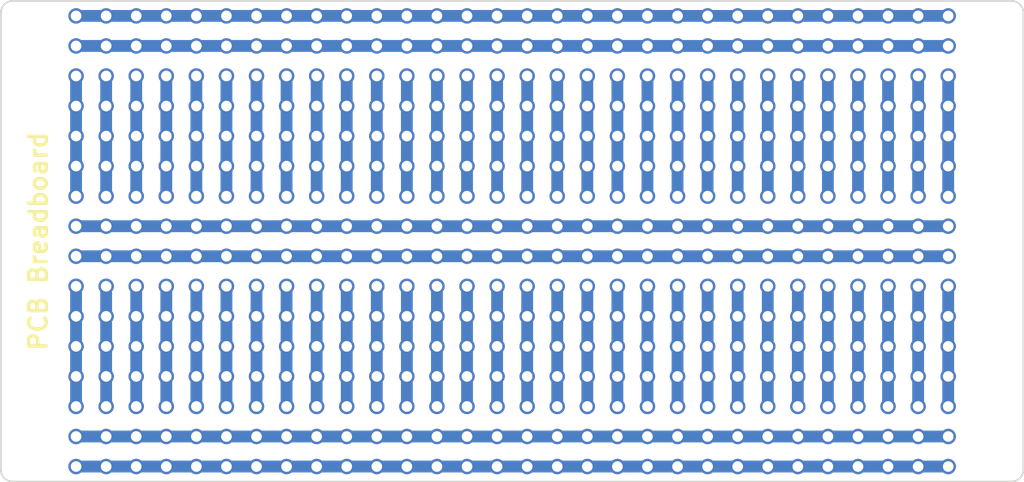
<source format=kicad_pcb>
(kicad_pcb (version 4) (host pcbnew 4.0.7-e2-6376~58~ubuntu16.04.1)

  (general
    (links 0)
    (no_connects 0)
    (area -6.425001 -20.395001 80.085001 20.395001)
    (thickness 1.6)
    (drawings 9)
    (tracks 0)
    (zones 0)
    (modules 1)
    (nets 1)
  )

  (page A4)
  (layers
    (0 F.Cu signal)
    (31 B.Cu signal)
    (32 B.Adhes user)
    (33 F.Adhes user)
    (34 B.Paste user)
    (35 F.Paste user)
    (36 B.SilkS user)
    (37 F.SilkS user)
    (38 B.Mask user)
    (39 F.Mask user)
    (40 Dwgs.User user)
    (41 Cmts.User user)
    (42 Eco1.User user)
    (43 Eco2.User user)
    (44 Edge.Cuts user)
    (45 Margin user)
    (46 B.CrtYd user)
    (47 F.CrtYd user)
    (48 B.Fab user)
    (49 F.Fab user)
  )

  (setup
    (last_trace_width 0.25)
    (trace_clearance 0.2)
    (zone_clearance 0.508)
    (zone_45_only no)
    (trace_min 0.2)
    (segment_width 0.2)
    (edge_width 0.15)
    (via_size 0.6)
    (via_drill 0.4)
    (via_min_size 0.4)
    (via_min_drill 0.3)
    (uvia_size 0.3)
    (uvia_drill 0.1)
    (uvias_allowed no)
    (uvia_min_size 0.2)
    (uvia_min_drill 0.1)
    (pcb_text_width 0.3)
    (pcb_text_size 1.5 1.5)
    (mod_edge_width 0.15)
    (mod_text_size 1 1)
    (mod_text_width 0.15)
    (pad_size 1.524 1.524)
    (pad_drill 0.762)
    (pad_to_mask_clearance 0.2)
    (aux_axis_origin 0 0)
    (visible_elements FFFFFF7F)
    (pcbplotparams
      (layerselection 0x00030_80000001)
      (usegerberextensions false)
      (excludeedgelayer true)
      (linewidth 0.150000)
      (plotframeref false)
      (viasonmask false)
      (mode 1)
      (useauxorigin false)
      (hpglpennumber 1)
      (hpglpenspeed 20)
      (hpglpendiameter 15)
      (hpglpenoverlay 2)
      (psnegative false)
      (psa4output false)
      (plotreference true)
      (plotvalue true)
      (plotinvisibletext false)
      (padsonsilk false)
      (subtractmaskfromsilk false)
      (outputformat 1)
      (mirror false)
      (drillshape 1)
      (scaleselection 1)
      (outputdirectory ""))
  )

  (net 0 "")

  (net_class Default "This is the default net class."
    (clearance 0.2)
    (trace_width 0.25)
    (via_dia 0.6)
    (via_drill 0.4)
    (uvia_dia 0.3)
    (uvia_drill 0.1)
  )

  (module "" (layer F.Cu) (tedit 5AD156F6) (tstamp 0)
    (at 0 0)
    (fp_text reference MBread00 (at -2.1 0.7 90) (layer F.SilkS) hide
      (effects (font (thickness 0.15)))
    )
    (fp_text value "" (at 0 0) (layer F.SilkS)
      (effects (font (thickness 0.15)))
    )
    (fp_line (start 0 3.81) (end 0 6.35) (layer B.Cu) (width 1))
    (fp_line (start 0 6.35) (end 0 8.89) (layer B.Cu) (width 1))
    (fp_line (start 0 8.89) (end 0 11.43) (layer B.Cu) (width 1))
    (fp_line (start 0 11.43) (end 0 13.97) (layer B.Cu) (width 1))
    (fp_line (start 2.54 3.81) (end 2.54 6.35) (layer B.Cu) (width 1))
    (fp_line (start 2.54 6.35) (end 2.54 8.89) (layer B.Cu) (width 1))
    (fp_line (start 2.54 8.89) (end 2.54 11.43) (layer B.Cu) (width 1))
    (fp_line (start 2.54 11.43) (end 2.54 13.97) (layer B.Cu) (width 1))
    (fp_line (start 5.08 3.81) (end 5.08 6.35) (layer B.Cu) (width 1))
    (fp_line (start 5.08 6.35) (end 5.08 8.89) (layer B.Cu) (width 1))
    (fp_line (start 5.08 8.89) (end 5.08 11.43) (layer B.Cu) (width 1))
    (fp_line (start 5.08 11.43) (end 5.08 13.97) (layer B.Cu) (width 1))
    (fp_line (start 7.62 3.81) (end 7.62 6.35) (layer B.Cu) (width 1))
    (fp_line (start 7.62 6.35) (end 7.62 8.89) (layer B.Cu) (width 1))
    (fp_line (start 7.62 8.89) (end 7.62 11.43) (layer B.Cu) (width 1))
    (fp_line (start 7.62 11.43) (end 7.62 13.97) (layer B.Cu) (width 1))
    (fp_line (start 10.16 3.81) (end 10.16 6.35) (layer B.Cu) (width 1))
    (fp_line (start 10.16 6.35) (end 10.16 8.89) (layer B.Cu) (width 1))
    (fp_line (start 10.16 8.89) (end 10.16 11.43) (layer B.Cu) (width 1))
    (fp_line (start 10.16 11.43) (end 10.16 13.97) (layer B.Cu) (width 1))
    (fp_line (start 12.7 3.81) (end 12.7 6.35) (layer B.Cu) (width 1))
    (fp_line (start 12.7 6.35) (end 12.7 8.89) (layer B.Cu) (width 1))
    (fp_line (start 12.7 8.89) (end 12.7 11.43) (layer B.Cu) (width 1))
    (fp_line (start 12.7 11.43) (end 12.7 13.97) (layer B.Cu) (width 1))
    (fp_line (start 15.24 3.81) (end 15.24 6.35) (layer B.Cu) (width 1))
    (fp_line (start 15.24 6.35) (end 15.24 8.89) (layer B.Cu) (width 1))
    (fp_line (start 15.24 8.89) (end 15.24 11.43) (layer B.Cu) (width 1))
    (fp_line (start 15.24 11.43) (end 15.24 13.97) (layer B.Cu) (width 1))
    (fp_line (start 17.78 3.81) (end 17.78 6.35) (layer B.Cu) (width 1))
    (fp_line (start 17.78 6.35) (end 17.78 8.89) (layer B.Cu) (width 1))
    (fp_line (start 17.78 8.89) (end 17.78 11.43) (layer B.Cu) (width 1))
    (fp_line (start 17.78 11.43) (end 17.78 13.97) (layer B.Cu) (width 1))
    (fp_line (start 20.32 3.81) (end 20.32 6.35) (layer B.Cu) (width 1))
    (fp_line (start 20.32 6.35) (end 20.32 8.89) (layer B.Cu) (width 1))
    (fp_line (start 20.32 8.89) (end 20.32 11.43) (layer B.Cu) (width 1))
    (fp_line (start 20.32 11.43) (end 20.32 13.97) (layer B.Cu) (width 1))
    (fp_line (start 22.86 3.81) (end 22.86 6.35) (layer B.Cu) (width 1))
    (fp_line (start 22.86 6.35) (end 22.86 8.89) (layer B.Cu) (width 1))
    (fp_line (start 22.86 8.89) (end 22.86 11.43) (layer B.Cu) (width 1))
    (fp_line (start 22.86 11.43) (end 22.86 13.97) (layer B.Cu) (width 1))
    (fp_line (start 25.4 3.81) (end 25.4 6.35) (layer B.Cu) (width 1))
    (fp_line (start 25.4 6.35) (end 25.4 8.89) (layer B.Cu) (width 1))
    (fp_line (start 25.4 8.89) (end 25.4 11.43) (layer B.Cu) (width 1))
    (fp_line (start 25.4 11.43) (end 25.4 13.97) (layer B.Cu) (width 1))
    (fp_line (start 27.94 3.81) (end 27.94 6.35) (layer B.Cu) (width 1))
    (fp_line (start 27.94 6.35) (end 27.94 8.89) (layer B.Cu) (width 1))
    (fp_line (start 27.94 8.89) (end 27.94 11.43) (layer B.Cu) (width 1))
    (fp_line (start 27.94 11.43) (end 27.94 13.97) (layer B.Cu) (width 1))
    (fp_line (start 30.48 3.81) (end 30.48 6.35) (layer B.Cu) (width 1))
    (fp_line (start 30.48 6.35) (end 30.48 8.89) (layer B.Cu) (width 1))
    (fp_line (start 30.48 8.89) (end 30.48 11.43) (layer B.Cu) (width 1))
    (fp_line (start 30.48 11.43) (end 30.48 13.97) (layer B.Cu) (width 1))
    (fp_line (start 33.02 3.81) (end 33.02 6.35) (layer B.Cu) (width 1))
    (fp_line (start 33.02 6.35) (end 33.02 8.89) (layer B.Cu) (width 1))
    (fp_line (start 33.02 8.89) (end 33.02 11.43) (layer B.Cu) (width 1))
    (fp_line (start 33.02 11.43) (end 33.02 13.97) (layer B.Cu) (width 1))
    (fp_line (start 35.56 3.81) (end 35.56 6.35) (layer B.Cu) (width 1))
    (fp_line (start 35.56 6.35) (end 35.56 8.89) (layer B.Cu) (width 1))
    (fp_line (start 35.56 8.89) (end 35.56 11.43) (layer B.Cu) (width 1))
    (fp_line (start 35.56 11.43) (end 35.56 13.97) (layer B.Cu) (width 1))
    (fp_line (start 38.1 3.81) (end 38.1 6.35) (layer B.Cu) (width 1))
    (fp_line (start 38.1 6.35) (end 38.1 8.89) (layer B.Cu) (width 1))
    (fp_line (start 38.1 8.89) (end 38.1 11.43) (layer B.Cu) (width 1))
    (fp_line (start 38.1 11.43) (end 38.1 13.97) (layer B.Cu) (width 1))
    (fp_line (start 40.64 3.81) (end 40.64 6.35) (layer B.Cu) (width 1))
    (fp_line (start 40.64 6.35) (end 40.64 8.89) (layer B.Cu) (width 1))
    (fp_line (start 40.64 8.89) (end 40.64 11.43) (layer B.Cu) (width 1))
    (fp_line (start 40.64 11.43) (end 40.64 13.97) (layer B.Cu) (width 1))
    (fp_line (start 43.18 3.81) (end 43.18 6.35) (layer B.Cu) (width 1))
    (fp_line (start 43.18 6.35) (end 43.18 8.89) (layer B.Cu) (width 1))
    (fp_line (start 43.18 8.89) (end 43.18 11.43) (layer B.Cu) (width 1))
    (fp_line (start 43.18 11.43) (end 43.18 13.97) (layer B.Cu) (width 1))
    (fp_line (start 45.72 3.81) (end 45.72 6.35) (layer B.Cu) (width 1))
    (fp_line (start 45.72 6.35) (end 45.72 8.89) (layer B.Cu) (width 1))
    (fp_line (start 45.72 8.89) (end 45.72 11.43) (layer B.Cu) (width 1))
    (fp_line (start 45.72 11.43) (end 45.72 13.97) (layer B.Cu) (width 1))
    (fp_line (start 48.26 3.81) (end 48.26 6.35) (layer B.Cu) (width 1))
    (fp_line (start 48.26 6.35) (end 48.26 8.89) (layer B.Cu) (width 1))
    (fp_line (start 48.26 8.89) (end 48.26 11.43) (layer B.Cu) (width 1))
    (fp_line (start 48.26 11.43) (end 48.26 13.97) (layer B.Cu) (width 1))
    (fp_line (start 50.8 3.81) (end 50.8 6.35) (layer B.Cu) (width 1))
    (fp_line (start 50.8 6.35) (end 50.8 8.89) (layer B.Cu) (width 1))
    (fp_line (start 50.8 8.89) (end 50.8 11.43) (layer B.Cu) (width 1))
    (fp_line (start 50.8 11.43) (end 50.8 13.97) (layer B.Cu) (width 1))
    (fp_line (start 53.34 3.81) (end 53.34 6.35) (layer B.Cu) (width 1))
    (fp_line (start 53.34 6.35) (end 53.34 8.89) (layer B.Cu) (width 1))
    (fp_line (start 53.34 8.89) (end 53.34 11.43) (layer B.Cu) (width 1))
    (fp_line (start 53.34 11.43) (end 53.34 13.97) (layer B.Cu) (width 1))
    (fp_line (start 55.88 3.81) (end 55.88 6.35) (layer B.Cu) (width 1))
    (fp_line (start 55.88 6.35) (end 55.88 8.89) (layer B.Cu) (width 1))
    (fp_line (start 55.88 8.89) (end 55.88 11.43) (layer B.Cu) (width 1))
    (fp_line (start 55.88 11.43) (end 55.88 13.97) (layer B.Cu) (width 1))
    (fp_line (start 58.42 3.81) (end 58.42 6.35) (layer B.Cu) (width 1))
    (fp_line (start 58.42 6.35) (end 58.42 8.89) (layer B.Cu) (width 1))
    (fp_line (start 58.42 8.89) (end 58.42 11.43) (layer B.Cu) (width 1))
    (fp_line (start 58.42 11.43) (end 58.42 13.97) (layer B.Cu) (width 1))
    (fp_line (start 60.96 3.81) (end 60.96 6.35) (layer B.Cu) (width 1))
    (fp_line (start 60.96 6.35) (end 60.96 8.89) (layer B.Cu) (width 1))
    (fp_line (start 60.96 8.89) (end 60.96 11.43) (layer B.Cu) (width 1))
    (fp_line (start 60.96 11.43) (end 60.96 13.97) (layer B.Cu) (width 1))
    (fp_line (start 63.5 3.81) (end 63.5 6.35) (layer B.Cu) (width 1))
    (fp_line (start 63.5 6.35) (end 63.5 8.89) (layer B.Cu) (width 1))
    (fp_line (start 63.5 8.89) (end 63.5 11.43) (layer B.Cu) (width 1))
    (fp_line (start 63.5 11.43) (end 63.5 13.97) (layer B.Cu) (width 1))
    (fp_line (start 66.04 3.81) (end 66.04 6.35) (layer B.Cu) (width 1))
    (fp_line (start 66.04 6.35) (end 66.04 8.89) (layer B.Cu) (width 1))
    (fp_line (start 66.04 8.89) (end 66.04 11.43) (layer B.Cu) (width 1))
    (fp_line (start 66.04 11.43) (end 66.04 13.97) (layer B.Cu) (width 1))
    (fp_line (start 68.58 3.81) (end 68.58 6.35) (layer B.Cu) (width 1))
    (fp_line (start 68.58 6.35) (end 68.58 8.89) (layer B.Cu) (width 1))
    (fp_line (start 68.58 8.89) (end 68.58 11.43) (layer B.Cu) (width 1))
    (fp_line (start 68.58 11.43) (end 68.58 13.97) (layer B.Cu) (width 1))
    (fp_line (start 71.12 3.81) (end 71.12 6.35) (layer B.Cu) (width 1))
    (fp_line (start 71.12 6.35) (end 71.12 8.89) (layer B.Cu) (width 1))
    (fp_line (start 71.12 8.89) (end 71.12 11.43) (layer B.Cu) (width 1))
    (fp_line (start 71.12 11.43) (end 71.12 13.97) (layer B.Cu) (width 1))
    (fp_line (start 73.66 3.81) (end 73.66 6.35) (layer B.Cu) (width 1))
    (fp_line (start 73.66 6.35) (end 73.66 8.89) (layer B.Cu) (width 1))
    (fp_line (start 73.66 8.89) (end 73.66 11.43) (layer B.Cu) (width 1))
    (fp_line (start 73.66 11.43) (end 73.66 13.97) (layer B.Cu) (width 1))
    (fp_line (start 0 -3.81) (end 0 -6.35) (layer B.Cu) (width 1))
    (fp_line (start 0 -6.35) (end 0 -8.89) (layer B.Cu) (width 1))
    (fp_line (start 0 -8.89) (end 0 -11.43) (layer B.Cu) (width 1))
    (fp_line (start 0 -11.43) (end 0 -13.97) (layer B.Cu) (width 1))
    (fp_line (start 2.54 -3.81) (end 2.54 -6.35) (layer B.Cu) (width 1))
    (fp_line (start 2.54 -6.35) (end 2.54 -8.89) (layer B.Cu) (width 1))
    (fp_line (start 2.54 -8.89) (end 2.54 -11.43) (layer B.Cu) (width 1))
    (fp_line (start 2.54 -11.43) (end 2.54 -13.97) (layer B.Cu) (width 1))
    (fp_line (start 5.08 -3.81) (end 5.08 -6.35) (layer B.Cu) (width 1))
    (fp_line (start 5.08 -6.35) (end 5.08 -8.89) (layer B.Cu) (width 1))
    (fp_line (start 5.08 -8.89) (end 5.08 -11.43) (layer B.Cu) (width 1))
    (fp_line (start 5.08 -11.43) (end 5.08 -13.97) (layer B.Cu) (width 1))
    (fp_line (start 7.62 -3.81) (end 7.62 -6.35) (layer B.Cu) (width 1))
    (fp_line (start 7.62 -6.35) (end 7.62 -8.89) (layer B.Cu) (width 1))
    (fp_line (start 7.62 -8.89) (end 7.62 -11.43) (layer B.Cu) (width 1))
    (fp_line (start 7.62 -11.43) (end 7.62 -13.97) (layer B.Cu) (width 1))
    (fp_line (start 10.16 -3.81) (end 10.16 -6.35) (layer B.Cu) (width 1))
    (fp_line (start 10.16 -6.35) (end 10.16 -8.89) (layer B.Cu) (width 1))
    (fp_line (start 10.16 -8.89) (end 10.16 -11.43) (layer B.Cu) (width 1))
    (fp_line (start 10.16 -11.43) (end 10.16 -13.97) (layer B.Cu) (width 1))
    (fp_line (start 12.7 -3.81) (end 12.7 -6.35) (layer B.Cu) (width 1))
    (fp_line (start 12.7 -6.35) (end 12.7 -8.89) (layer B.Cu) (width 1))
    (fp_line (start 12.7 -8.89) (end 12.7 -11.43) (layer B.Cu) (width 1))
    (fp_line (start 12.7 -11.43) (end 12.7 -13.97) (layer B.Cu) (width 1))
    (fp_line (start 15.24 -3.81) (end 15.24 -6.35) (layer B.Cu) (width 1))
    (fp_line (start 15.24 -6.35) (end 15.24 -8.89) (layer B.Cu) (width 1))
    (fp_line (start 15.24 -8.89) (end 15.24 -11.43) (layer B.Cu) (width 1))
    (fp_line (start 15.24 -11.43) (end 15.24 -13.97) (layer B.Cu) (width 1))
    (fp_line (start 17.78 -3.81) (end 17.78 -6.35) (layer B.Cu) (width 1))
    (fp_line (start 17.78 -6.35) (end 17.78 -8.89) (layer B.Cu) (width 1))
    (fp_line (start 17.78 -8.89) (end 17.78 -11.43) (layer B.Cu) (width 1))
    (fp_line (start 17.78 -11.43) (end 17.78 -13.97) (layer B.Cu) (width 1))
    (fp_line (start 20.32 -3.81) (end 20.32 -6.35) (layer B.Cu) (width 1))
    (fp_line (start 20.32 -6.35) (end 20.32 -8.89) (layer B.Cu) (width 1))
    (fp_line (start 20.32 -8.89) (end 20.32 -11.43) (layer B.Cu) (width 1))
    (fp_line (start 20.32 -11.43) (end 20.32 -13.97) (layer B.Cu) (width 1))
    (fp_line (start 22.86 -3.81) (end 22.86 -6.35) (layer B.Cu) (width 1))
    (fp_line (start 22.86 -6.35) (end 22.86 -8.89) (layer B.Cu) (width 1))
    (fp_line (start 22.86 -8.89) (end 22.86 -11.43) (layer B.Cu) (width 1))
    (fp_line (start 22.86 -11.43) (end 22.86 -13.97) (layer B.Cu) (width 1))
    (fp_line (start 25.4 -3.81) (end 25.4 -6.35) (layer B.Cu) (width 1))
    (fp_line (start 25.4 -6.35) (end 25.4 -8.89) (layer B.Cu) (width 1))
    (fp_line (start 25.4 -8.89) (end 25.4 -11.43) (layer B.Cu) (width 1))
    (fp_line (start 25.4 -11.43) (end 25.4 -13.97) (layer B.Cu) (width 1))
    (fp_line (start 27.94 -3.81) (end 27.94 -6.35) (layer B.Cu) (width 1))
    (fp_line (start 27.94 -6.35) (end 27.94 -8.89) (layer B.Cu) (width 1))
    (fp_line (start 27.94 -8.89) (end 27.94 -11.43) (layer B.Cu) (width 1))
    (fp_line (start 27.94 -11.43) (end 27.94 -13.97) (layer B.Cu) (width 1))
    (fp_line (start 30.48 -3.81) (end 30.48 -6.35) (layer B.Cu) (width 1))
    (fp_line (start 30.48 -6.35) (end 30.48 -8.89) (layer B.Cu) (width 1))
    (fp_line (start 30.48 -8.89) (end 30.48 -11.43) (layer B.Cu) (width 1))
    (fp_line (start 30.48 -11.43) (end 30.48 -13.97) (layer B.Cu) (width 1))
    (fp_line (start 33.02 -3.81) (end 33.02 -6.35) (layer B.Cu) (width 1))
    (fp_line (start 33.02 -6.35) (end 33.02 -8.89) (layer B.Cu) (width 1))
    (fp_line (start 33.02 -8.89) (end 33.02 -11.43) (layer B.Cu) (width 1))
    (fp_line (start 33.02 -11.43) (end 33.02 -13.97) (layer B.Cu) (width 1))
    (fp_line (start 35.56 -3.81) (end 35.56 -6.35) (layer B.Cu) (width 1))
    (fp_line (start 35.56 -6.35) (end 35.56 -8.89) (layer B.Cu) (width 1))
    (fp_line (start 35.56 -8.89) (end 35.56 -11.43) (layer B.Cu) (width 1))
    (fp_line (start 35.56 -11.43) (end 35.56 -13.97) (layer B.Cu) (width 1))
    (fp_line (start 38.1 -3.81) (end 38.1 -6.35) (layer B.Cu) (width 1))
    (fp_line (start 38.1 -6.35) (end 38.1 -8.89) (layer B.Cu) (width 1))
    (fp_line (start 38.1 -8.89) (end 38.1 -11.43) (layer B.Cu) (width 1))
    (fp_line (start 38.1 -11.43) (end 38.1 -13.97) (layer B.Cu) (width 1))
    (fp_line (start 40.64 -3.81) (end 40.64 -6.35) (layer B.Cu) (width 1))
    (fp_line (start 40.64 -6.35) (end 40.64 -8.89) (layer B.Cu) (width 1))
    (fp_line (start 40.64 -8.89) (end 40.64 -11.43) (layer B.Cu) (width 1))
    (fp_line (start 40.64 -11.43) (end 40.64 -13.97) (layer B.Cu) (width 1))
    (fp_line (start 43.18 -3.81) (end 43.18 -6.35) (layer B.Cu) (width 1))
    (fp_line (start 43.18 -6.35) (end 43.18 -8.89) (layer B.Cu) (width 1))
    (fp_line (start 43.18 -8.89) (end 43.18 -11.43) (layer B.Cu) (width 1))
    (fp_line (start 43.18 -11.43) (end 43.18 -13.97) (layer B.Cu) (width 1))
    (fp_line (start 45.72 -3.81) (end 45.72 -6.35) (layer B.Cu) (width 1))
    (fp_line (start 45.72 -6.35) (end 45.72 -8.89) (layer B.Cu) (width 1))
    (fp_line (start 45.72 -8.89) (end 45.72 -11.43) (layer B.Cu) (width 1))
    (fp_line (start 45.72 -11.43) (end 45.72 -13.97) (layer B.Cu) (width 1))
    (fp_line (start 48.26 -3.81) (end 48.26 -6.35) (layer B.Cu) (width 1))
    (fp_line (start 48.26 -6.35) (end 48.26 -8.89) (layer B.Cu) (width 1))
    (fp_line (start 48.26 -8.89) (end 48.26 -11.43) (layer B.Cu) (width 1))
    (fp_line (start 48.26 -11.43) (end 48.26 -13.97) (layer B.Cu) (width 1))
    (fp_line (start 50.8 -3.81) (end 50.8 -6.35) (layer B.Cu) (width 1))
    (fp_line (start 50.8 -6.35) (end 50.8 -8.89) (layer B.Cu) (width 1))
    (fp_line (start 50.8 -8.89) (end 50.8 -11.43) (layer B.Cu) (width 1))
    (fp_line (start 50.8 -11.43) (end 50.8 -13.97) (layer B.Cu) (width 1))
    (fp_line (start 53.34 -3.81) (end 53.34 -6.35) (layer B.Cu) (width 1))
    (fp_line (start 53.34 -6.35) (end 53.34 -8.89) (layer B.Cu) (width 1))
    (fp_line (start 53.34 -8.89) (end 53.34 -11.43) (layer B.Cu) (width 1))
    (fp_line (start 53.34 -11.43) (end 53.34 -13.97) (layer B.Cu) (width 1))
    (fp_line (start 55.88 -3.81) (end 55.88 -6.35) (layer B.Cu) (width 1))
    (fp_line (start 55.88 -6.35) (end 55.88 -8.89) (layer B.Cu) (width 1))
    (fp_line (start 55.88 -8.89) (end 55.88 -11.43) (layer B.Cu) (width 1))
    (fp_line (start 55.88 -11.43) (end 55.88 -13.97) (layer B.Cu) (width 1))
    (fp_line (start 58.42 -3.81) (end 58.42 -6.35) (layer B.Cu) (width 1))
    (fp_line (start 58.42 -6.35) (end 58.42 -8.89) (layer B.Cu) (width 1))
    (fp_line (start 58.42 -8.89) (end 58.42 -11.43) (layer B.Cu) (width 1))
    (fp_line (start 58.42 -11.43) (end 58.42 -13.97) (layer B.Cu) (width 1))
    (fp_line (start 60.96 -3.81) (end 60.96 -6.35) (layer B.Cu) (width 1))
    (fp_line (start 60.96 -6.35) (end 60.96 -8.89) (layer B.Cu) (width 1))
    (fp_line (start 60.96 -8.89) (end 60.96 -11.43) (layer B.Cu) (width 1))
    (fp_line (start 60.96 -11.43) (end 60.96 -13.97) (layer B.Cu) (width 1))
    (fp_line (start 63.5 -3.81) (end 63.5 -6.35) (layer B.Cu) (width 1))
    (fp_line (start 63.5 -6.35) (end 63.5 -8.89) (layer B.Cu) (width 1))
    (fp_line (start 63.5 -8.89) (end 63.5 -11.43) (layer B.Cu) (width 1))
    (fp_line (start 63.5 -11.43) (end 63.5 -13.97) (layer B.Cu) (width 1))
    (fp_line (start 66.04 -3.81) (end 66.04 -6.35) (layer B.Cu) (width 1))
    (fp_line (start 66.04 -6.35) (end 66.04 -8.89) (layer B.Cu) (width 1))
    (fp_line (start 66.04 -8.89) (end 66.04 -11.43) (layer B.Cu) (width 1))
    (fp_line (start 66.04 -11.43) (end 66.04 -13.97) (layer B.Cu) (width 1))
    (fp_line (start 68.58 -3.81) (end 68.58 -6.35) (layer B.Cu) (width 1))
    (fp_line (start 68.58 -6.35) (end 68.58 -8.89) (layer B.Cu) (width 1))
    (fp_line (start 68.58 -8.89) (end 68.58 -11.43) (layer B.Cu) (width 1))
    (fp_line (start 68.58 -11.43) (end 68.58 -13.97) (layer B.Cu) (width 1))
    (fp_line (start 71.12 -3.81) (end 71.12 -6.35) (layer B.Cu) (width 1))
    (fp_line (start 71.12 -6.35) (end 71.12 -8.89) (layer B.Cu) (width 1))
    (fp_line (start 71.12 -8.89) (end 71.12 -11.43) (layer B.Cu) (width 1))
    (fp_line (start 71.12 -11.43) (end 71.12 -13.97) (layer B.Cu) (width 1))
    (fp_line (start 73.66 -3.81) (end 73.66 -6.35) (layer B.Cu) (width 1))
    (fp_line (start 73.66 -6.35) (end 73.66 -8.89) (layer B.Cu) (width 1))
    (fp_line (start 73.66 -8.89) (end 73.66 -11.43) (layer B.Cu) (width 1))
    (fp_line (start 73.66 -11.43) (end 73.66 -13.97) (layer B.Cu) (width 1))
    (fp_line (start 0 1.27) (end 2.54 1.27) (layer B.Cu) (width 1))
    (fp_line (start 2.54 1.27) (end 5.08 1.27) (layer B.Cu) (width 1))
    (fp_line (start 5.08 1.27) (end 7.62 1.27) (layer B.Cu) (width 1))
    (fp_line (start 7.62 1.27) (end 10.16 1.27) (layer B.Cu) (width 1))
    (fp_line (start 10.16 1.27) (end 12.7 1.27) (layer B.Cu) (width 1))
    (fp_line (start 12.7 1.27) (end 15.24 1.27) (layer B.Cu) (width 1))
    (fp_line (start 15.24 1.27) (end 17.78 1.27) (layer B.Cu) (width 1))
    (fp_line (start 17.78 1.27) (end 20.32 1.27) (layer B.Cu) (width 1))
    (fp_line (start 20.32 1.27) (end 22.86 1.27) (layer B.Cu) (width 1))
    (fp_line (start 22.86 1.27) (end 25.4 1.27) (layer B.Cu) (width 1))
    (fp_line (start 25.4 1.27) (end 27.94 1.27) (layer B.Cu) (width 1))
    (fp_line (start 27.94 1.27) (end 30.48 1.27) (layer B.Cu) (width 1))
    (fp_line (start 30.48 1.27) (end 33.02 1.27) (layer B.Cu) (width 1))
    (fp_line (start 33.02 1.27) (end 35.56 1.27) (layer B.Cu) (width 1))
    (fp_line (start 35.56 1.27) (end 38.1 1.27) (layer B.Cu) (width 1))
    (fp_line (start 38.1 1.27) (end 40.64 1.27) (layer B.Cu) (width 1))
    (fp_line (start 40.64 1.27) (end 43.18 1.27) (layer B.Cu) (width 1))
    (fp_line (start 43.18 1.27) (end 45.72 1.27) (layer B.Cu) (width 1))
    (fp_line (start 45.72 1.27) (end 48.26 1.27) (layer B.Cu) (width 1))
    (fp_line (start 48.26 1.27) (end 50.8 1.27) (layer B.Cu) (width 1))
    (fp_line (start 50.8 1.27) (end 53.34 1.27) (layer B.Cu) (width 1))
    (fp_line (start 53.34 1.27) (end 55.88 1.27) (layer B.Cu) (width 1))
    (fp_line (start 55.88 1.27) (end 58.42 1.27) (layer B.Cu) (width 1))
    (fp_line (start 58.42 1.27) (end 60.96 1.27) (layer B.Cu) (width 1))
    (fp_line (start 60.96 1.27) (end 63.5 1.27) (layer B.Cu) (width 1))
    (fp_line (start 63.5 1.27) (end 66.04 1.27) (layer B.Cu) (width 1))
    (fp_line (start 66.04 1.27) (end 68.58 1.27) (layer B.Cu) (width 1))
    (fp_line (start 68.58 1.27) (end 71.12 1.27) (layer B.Cu) (width 1))
    (fp_line (start 71.12 1.27) (end 73.66 1.27) (layer B.Cu) (width 1))
    (fp_line (start 0 -1.27) (end 2.54 -1.27) (layer B.Cu) (width 1))
    (fp_line (start 2.54 -1.27) (end 5.08 -1.27) (layer B.Cu) (width 1))
    (fp_line (start 5.08 -1.27) (end 7.62 -1.27) (layer B.Cu) (width 1))
    (fp_line (start 7.62 -1.27) (end 10.16 -1.27) (layer B.Cu) (width 1))
    (fp_line (start 10.16 -1.27) (end 12.7 -1.27) (layer B.Cu) (width 1))
    (fp_line (start 12.7 -1.27) (end 15.24 -1.27) (layer B.Cu) (width 1))
    (fp_line (start 15.24 -1.27) (end 17.78 -1.27) (layer B.Cu) (width 1))
    (fp_line (start 17.78 -1.27) (end 20.32 -1.27) (layer B.Cu) (width 1))
    (fp_line (start 20.32 -1.27) (end 22.86 -1.27) (layer B.Cu) (width 1))
    (fp_line (start 22.86 -1.27) (end 25.4 -1.27) (layer B.Cu) (width 1))
    (fp_line (start 25.4 -1.27) (end 27.94 -1.27) (layer B.Cu) (width 1))
    (fp_line (start 27.94 -1.27) (end 30.48 -1.27) (layer B.Cu) (width 1))
    (fp_line (start 30.48 -1.27) (end 33.02 -1.27) (layer B.Cu) (width 1))
    (fp_line (start 33.02 -1.27) (end 35.56 -1.27) (layer B.Cu) (width 1))
    (fp_line (start 35.56 -1.27) (end 38.1 -1.27) (layer B.Cu) (width 1))
    (fp_line (start 38.1 -1.27) (end 40.64 -1.27) (layer B.Cu) (width 1))
    (fp_line (start 40.64 -1.27) (end 43.18 -1.27) (layer B.Cu) (width 1))
    (fp_line (start 43.18 -1.27) (end 45.72 -1.27) (layer B.Cu) (width 1))
    (fp_line (start 45.72 -1.27) (end 48.26 -1.27) (layer B.Cu) (width 1))
    (fp_line (start 48.26 -1.27) (end 50.8 -1.27) (layer B.Cu) (width 1))
    (fp_line (start 50.8 -1.27) (end 53.34 -1.27) (layer B.Cu) (width 1))
    (fp_line (start 53.34 -1.27) (end 55.88 -1.27) (layer B.Cu) (width 1))
    (fp_line (start 55.88 -1.27) (end 58.42 -1.27) (layer B.Cu) (width 1))
    (fp_line (start 58.42 -1.27) (end 60.96 -1.27) (layer B.Cu) (width 1))
    (fp_line (start 60.96 -1.27) (end 63.5 -1.27) (layer B.Cu) (width 1))
    (fp_line (start 63.5 -1.27) (end 66.04 -1.27) (layer B.Cu) (width 1))
    (fp_line (start 66.04 -1.27) (end 68.58 -1.27) (layer B.Cu) (width 1))
    (fp_line (start 68.58 -1.27) (end 71.12 -1.27) (layer B.Cu) (width 1))
    (fp_line (start 71.12 -1.27) (end 73.66 -1.27) (layer B.Cu) (width 1))
    (fp_line (start 0 16.51) (end 2.54 16.51) (layer B.Cu) (width 1))
    (fp_line (start 2.54 16.51) (end 5.08 16.51) (layer B.Cu) (width 1))
    (fp_line (start 5.08 16.51) (end 7.62 16.51) (layer B.Cu) (width 1))
    (fp_line (start 7.62 16.51) (end 10.16 16.51) (layer B.Cu) (width 1))
    (fp_line (start 10.16 16.51) (end 12.7 16.51) (layer B.Cu) (width 1))
    (fp_line (start 12.7 16.51) (end 15.24 16.51) (layer B.Cu) (width 1))
    (fp_line (start 15.24 16.51) (end 17.78 16.51) (layer B.Cu) (width 1))
    (fp_line (start 17.78 16.51) (end 20.32 16.51) (layer B.Cu) (width 1))
    (fp_line (start 20.32 16.51) (end 22.86 16.51) (layer B.Cu) (width 1))
    (fp_line (start 22.86 16.51) (end 25.4 16.51) (layer B.Cu) (width 1))
    (fp_line (start 25.4 16.51) (end 27.94 16.51) (layer B.Cu) (width 1))
    (fp_line (start 27.94 16.51) (end 30.48 16.51) (layer B.Cu) (width 1))
    (fp_line (start 30.48 16.51) (end 33.02 16.51) (layer B.Cu) (width 1))
    (fp_line (start 33.02 16.51) (end 35.56 16.51) (layer B.Cu) (width 1))
    (fp_line (start 35.56 16.51) (end 38.1 16.51) (layer B.Cu) (width 1))
    (fp_line (start 38.1 16.51) (end 40.64 16.51) (layer B.Cu) (width 1))
    (fp_line (start 40.64 16.51) (end 43.18 16.51) (layer B.Cu) (width 1))
    (fp_line (start 43.18 16.51) (end 45.72 16.51) (layer B.Cu) (width 1))
    (fp_line (start 45.72 16.51) (end 48.26 16.51) (layer B.Cu) (width 1))
    (fp_line (start 48.26 16.51) (end 50.8 16.51) (layer B.Cu) (width 1))
    (fp_line (start 50.8 16.51) (end 53.34 16.51) (layer B.Cu) (width 1))
    (fp_line (start 53.34 16.51) (end 55.88 16.51) (layer B.Cu) (width 1))
    (fp_line (start 55.88 16.51) (end 58.42 16.51) (layer B.Cu) (width 1))
    (fp_line (start 58.42 16.51) (end 60.96 16.51) (layer B.Cu) (width 1))
    (fp_line (start 60.96 16.51) (end 63.5 16.51) (layer B.Cu) (width 1))
    (fp_line (start 63.5 16.51) (end 66.04 16.51) (layer B.Cu) (width 1))
    (fp_line (start 66.04 16.51) (end 68.58 16.51) (layer B.Cu) (width 1))
    (fp_line (start 68.58 16.51) (end 71.12 16.51) (layer B.Cu) (width 1))
    (fp_line (start 71.12 16.51) (end 73.66 16.51) (layer B.Cu) (width 1))
    (fp_line (start 0 19.05) (end 2.54 19.05) (layer B.Cu) (width 1))
    (fp_line (start 2.54 19.05) (end 5.08 19.05) (layer B.Cu) (width 1))
    (fp_line (start 5.08 19.05) (end 7.62 19.05) (layer B.Cu) (width 1))
    (fp_line (start 7.62 19.05) (end 10.16 19.05) (layer B.Cu) (width 1))
    (fp_line (start 10.16 19.05) (end 12.7 19.05) (layer B.Cu) (width 1))
    (fp_line (start 12.7 19.05) (end 15.24 19.05) (layer B.Cu) (width 1))
    (fp_line (start 15.24 19.05) (end 17.78 19.05) (layer B.Cu) (width 1))
    (fp_line (start 17.78 19.05) (end 20.32 19.05) (layer B.Cu) (width 1))
    (fp_line (start 20.32 19.05) (end 22.86 19.05) (layer B.Cu) (width 1))
    (fp_line (start 22.86 19.05) (end 25.4 19.05) (layer B.Cu) (width 1))
    (fp_line (start 25.4 19.05) (end 27.94 19.05) (layer B.Cu) (width 1))
    (fp_line (start 27.94 19.05) (end 30.48 19.05) (layer B.Cu) (width 1))
    (fp_line (start 30.48 19.05) (end 33.02 19.05) (layer B.Cu) (width 1))
    (fp_line (start 33.02 19.05) (end 35.56 19.05) (layer B.Cu) (width 1))
    (fp_line (start 35.56 19.05) (end 38.1 19.05) (layer B.Cu) (width 1))
    (fp_line (start 38.1 19.05) (end 40.64 19.05) (layer B.Cu) (width 1))
    (fp_line (start 40.64 19.05) (end 43.18 19.05) (layer B.Cu) (width 1))
    (fp_line (start 43.18 19.05) (end 45.72 19.05) (layer B.Cu) (width 1))
    (fp_line (start 45.72 19.05) (end 48.26 19.05) (layer B.Cu) (width 1))
    (fp_line (start 48.26 19.05) (end 50.8 19.05) (layer B.Cu) (width 1))
    (fp_line (start 50.8 19.05) (end 53.34 19.05) (layer B.Cu) (width 1))
    (fp_line (start 53.34 19.05) (end 55.88 19.05) (layer B.Cu) (width 1))
    (fp_line (start 55.88 19.05) (end 58.42 19.05) (layer B.Cu) (width 1))
    (fp_line (start 58.42 19.05) (end 60.96 19.05) (layer B.Cu) (width 1))
    (fp_line (start 60.96 19.05) (end 63.5 19.05) (layer B.Cu) (width 1))
    (fp_line (start 63.5 19.05) (end 66.04 19.05) (layer B.Cu) (width 1))
    (fp_line (start 66.04 19.05) (end 68.58 19.05) (layer B.Cu) (width 1))
    (fp_line (start 68.58 19.05) (end 71.12 19.05) (layer B.Cu) (width 1))
    (fp_line (start 71.12 19.05) (end 73.66 19.05) (layer B.Cu) (width 1))
    (fp_line (start 0 -16.51) (end 2.54 -16.51) (layer B.Cu) (width 1))
    (fp_line (start 2.54 -16.51) (end 5.08 -16.51) (layer B.Cu) (width 1))
    (fp_line (start 5.08 -16.51) (end 7.62 -16.51) (layer B.Cu) (width 1))
    (fp_line (start 7.62 -16.51) (end 10.16 -16.51) (layer B.Cu) (width 1))
    (fp_line (start 10.16 -16.51) (end 12.7 -16.51) (layer B.Cu) (width 1))
    (fp_line (start 12.7 -16.51) (end 15.24 -16.51) (layer B.Cu) (width 1))
    (fp_line (start 15.24 -16.51) (end 17.78 -16.51) (layer B.Cu) (width 1))
    (fp_line (start 17.78 -16.51) (end 20.32 -16.51) (layer B.Cu) (width 1))
    (fp_line (start 20.32 -16.51) (end 22.86 -16.51) (layer B.Cu) (width 1))
    (fp_line (start 22.86 -16.51) (end 25.4 -16.51) (layer B.Cu) (width 1))
    (fp_line (start 25.4 -16.51) (end 27.94 -16.51) (layer B.Cu) (width 1))
    (fp_line (start 27.94 -16.51) (end 30.48 -16.51) (layer B.Cu) (width 1))
    (fp_line (start 30.48 -16.51) (end 33.02 -16.51) (layer B.Cu) (width 1))
    (fp_line (start 33.02 -16.51) (end 35.56 -16.51) (layer B.Cu) (width 1))
    (fp_line (start 35.56 -16.51) (end 38.1 -16.51) (layer B.Cu) (width 1))
    (fp_line (start 38.1 -16.51) (end 40.64 -16.51) (layer B.Cu) (width 1))
    (fp_line (start 40.64 -16.51) (end 43.18 -16.51) (layer B.Cu) (width 1))
    (fp_line (start 43.18 -16.51) (end 45.72 -16.51) (layer B.Cu) (width 1))
    (fp_line (start 45.72 -16.51) (end 48.26 -16.51) (layer B.Cu) (width 1))
    (fp_line (start 48.26 -16.51) (end 50.8 -16.51) (layer B.Cu) (width 1))
    (fp_line (start 50.8 -16.51) (end 53.34 -16.51) (layer B.Cu) (width 1))
    (fp_line (start 53.34 -16.51) (end 55.88 -16.51) (layer B.Cu) (width 1))
    (fp_line (start 55.88 -16.51) (end 58.42 -16.51) (layer B.Cu) (width 1))
    (fp_line (start 58.42 -16.51) (end 60.96 -16.51) (layer B.Cu) (width 1))
    (fp_line (start 60.96 -16.51) (end 63.5 -16.51) (layer B.Cu) (width 1))
    (fp_line (start 63.5 -16.51) (end 66.04 -16.51) (layer B.Cu) (width 1))
    (fp_line (start 66.04 -16.51) (end 68.58 -16.51) (layer B.Cu) (width 1))
    (fp_line (start 68.58 -16.51) (end 71.12 -16.51) (layer B.Cu) (width 1))
    (fp_line (start 71.12 -16.51) (end 73.66 -16.51) (layer B.Cu) (width 1))
    (fp_line (start 0 -19.05) (end 2.54 -19.05) (layer B.Cu) (width 1))
    (fp_line (start 2.54 -19.05) (end 5.08 -19.05) (layer B.Cu) (width 1))
    (fp_line (start 5.08 -19.05) (end 7.62 -19.05) (layer B.Cu) (width 1))
    (fp_line (start 7.62 -19.05) (end 10.16 -19.05) (layer B.Cu) (width 1))
    (fp_line (start 10.16 -19.05) (end 12.7 -19.05) (layer B.Cu) (width 1))
    (fp_line (start 12.7 -19.05) (end 15.24 -19.05) (layer B.Cu) (width 1))
    (fp_line (start 15.24 -19.05) (end 17.78 -19.05) (layer B.Cu) (width 1))
    (fp_line (start 17.78 -19.05) (end 20.32 -19.05) (layer B.Cu) (width 1))
    (fp_line (start 20.32 -19.05) (end 22.86 -19.05) (layer B.Cu) (width 1))
    (fp_line (start 22.86 -19.05) (end 25.4 -19.05) (layer B.Cu) (width 1))
    (fp_line (start 25.4 -19.05) (end 27.94 -19.05) (layer B.Cu) (width 1))
    (fp_line (start 27.94 -19.05) (end 30.48 -19.05) (layer B.Cu) (width 1))
    (fp_line (start 30.48 -19.05) (end 33.02 -19.05) (layer B.Cu) (width 1))
    (fp_line (start 33.02 -19.05) (end 35.56 -19.05) (layer B.Cu) (width 1))
    (fp_line (start 35.56 -19.05) (end 38.1 -19.05) (layer B.Cu) (width 1))
    (fp_line (start 38.1 -19.05) (end 40.64 -19.05) (layer B.Cu) (width 1))
    (fp_line (start 40.64 -19.05) (end 43.18 -19.05) (layer B.Cu) (width 1))
    (fp_line (start 43.18 -19.05) (end 45.72 -19.05) (layer B.Cu) (width 1))
    (fp_line (start 45.72 -19.05) (end 48.26 -19.05) (layer B.Cu) (width 1))
    (fp_line (start 48.26 -19.05) (end 50.8 -19.05) (layer B.Cu) (width 1))
    (fp_line (start 50.8 -19.05) (end 53.34 -19.05) (layer B.Cu) (width 1))
    (fp_line (start 53.34 -19.05) (end 55.88 -19.05) (layer B.Cu) (width 1))
    (fp_line (start 55.88 -19.05) (end 58.42 -19.05) (layer B.Cu) (width 1))
    (fp_line (start 58.42 -19.05) (end 60.96 -19.05) (layer B.Cu) (width 1))
    (fp_line (start 60.96 -19.05) (end 63.5 -19.05) (layer B.Cu) (width 1))
    (fp_line (start 63.5 -19.05) (end 66.04 -19.05) (layer B.Cu) (width 1))
    (fp_line (start 66.04 -19.05) (end 68.58 -19.05) (layer B.Cu) (width 1))
    (fp_line (start 68.58 -19.05) (end 71.12 -19.05) (layer B.Cu) (width 1))
    (fp_line (start 71.12 -19.05) (end 73.66 -19.05) (layer B.Cu) (width 1))
    (pad brea thru_hole circle (at 0 3.81) (size 1.3 1.3) (drill 0.9) (layers *.Cu *.Mask)
      (solder_mask_margin -0.000001))
    (pad brea thru_hole circle (at 0 6.35) (size 1.3 1.3) (drill 0.9) (layers *.Cu *.Mask)
      (solder_mask_margin -0.000001))
    (pad brea thru_hole circle (at 0 8.89) (size 1.3 1.3) (drill 0.9) (layers *.Cu *.Mask)
      (solder_mask_margin -0.000001))
    (pad brea thru_hole circle (at 0 11.43) (size 1.3 1.3) (drill 0.9) (layers *.Cu *.Mask)
      (solder_mask_margin -0.000001))
    (pad brea thru_hole circle (at 0 13.97) (size 1.3 1.3) (drill 0.9) (layers *.Cu *.Mask)
      (solder_mask_margin -0.000001))
    (pad brea thru_hole circle (at 2.54 3.81) (size 1.3 1.3) (drill 0.9) (layers *.Cu *.Mask)
      (solder_mask_margin -0.000001))
    (pad brea thru_hole circle (at 2.54 6.35) (size 1.3 1.3) (drill 0.9) (layers *.Cu *.Mask)
      (solder_mask_margin -0.000001))
    (pad brea thru_hole circle (at 2.54 8.89) (size 1.3 1.3) (drill 0.9) (layers *.Cu *.Mask)
      (solder_mask_margin -0.000001))
    (pad brea thru_hole circle (at 2.54 11.43) (size 1.3 1.3) (drill 0.9) (layers *.Cu *.Mask)
      (solder_mask_margin -0.000001))
    (pad brea thru_hole circle (at 2.54 13.97) (size 1.3 1.3) (drill 0.9) (layers *.Cu *.Mask)
      (solder_mask_margin -0.000001))
    (pad brea thru_hole circle (at 5.08 3.81) (size 1.3 1.3) (drill 0.9) (layers *.Cu *.Mask)
      (solder_mask_margin -0.000001))
    (pad brea thru_hole circle (at 5.08 6.35) (size 1.3 1.3) (drill 0.9) (layers *.Cu *.Mask)
      (solder_mask_margin -0.000001))
    (pad brea thru_hole circle (at 5.08 8.89) (size 1.3 1.3) (drill 0.9) (layers *.Cu *.Mask)
      (solder_mask_margin -0.000001))
    (pad brea thru_hole circle (at 5.08 11.43) (size 1.3 1.3) (drill 0.9) (layers *.Cu *.Mask)
      (solder_mask_margin -0.000001))
    (pad brea thru_hole circle (at 5.08 13.97) (size 1.3 1.3) (drill 0.9) (layers *.Cu *.Mask)
      (solder_mask_margin -0.000001))
    (pad brea thru_hole circle (at 7.62 3.81) (size 1.3 1.3) (drill 0.9) (layers *.Cu *.Mask)
      (solder_mask_margin -0.000001))
    (pad brea thru_hole circle (at 7.62 6.35) (size 1.3 1.3) (drill 0.9) (layers *.Cu *.Mask)
      (solder_mask_margin -0.000001))
    (pad brea thru_hole circle (at 7.62 8.89) (size 1.3 1.3) (drill 0.9) (layers *.Cu *.Mask)
      (solder_mask_margin -0.000001))
    (pad brea thru_hole circle (at 7.62 11.43) (size 1.3 1.3) (drill 0.9) (layers *.Cu *.Mask)
      (solder_mask_margin -0.000001))
    (pad brea thru_hole circle (at 7.62 13.97) (size 1.3 1.3) (drill 0.9) (layers *.Cu *.Mask)
      (solder_mask_margin -0.000001))
    (pad brea thru_hole circle (at 10.16 3.81) (size 1.3 1.3) (drill 0.9) (layers *.Cu *.Mask)
      (solder_mask_margin -0.000001))
    (pad brea thru_hole circle (at 10.16 6.35) (size 1.3 1.3) (drill 0.9) (layers *.Cu *.Mask)
      (solder_mask_margin -0.000001))
    (pad brea thru_hole circle (at 10.16 8.89) (size 1.3 1.3) (drill 0.9) (layers *.Cu *.Mask)
      (solder_mask_margin -0.000001))
    (pad brea thru_hole circle (at 10.16 11.43) (size 1.3 1.3) (drill 0.9) (layers *.Cu *.Mask)
      (solder_mask_margin -0.000001))
    (pad brea thru_hole circle (at 10.16 13.97) (size 1.3 1.3) (drill 0.9) (layers *.Cu *.Mask)
      (solder_mask_margin -0.000001))
    (pad brea thru_hole circle (at 12.7 3.81) (size 1.3 1.3) (drill 0.9) (layers *.Cu *.Mask)
      (solder_mask_margin -0.000001))
    (pad brea thru_hole circle (at 12.7 6.35) (size 1.3 1.3) (drill 0.9) (layers *.Cu *.Mask)
      (solder_mask_margin -0.000001))
    (pad brea thru_hole circle (at 12.7 8.89) (size 1.3 1.3) (drill 0.9) (layers *.Cu *.Mask)
      (solder_mask_margin -0.000001))
    (pad brea thru_hole circle (at 12.7 11.43) (size 1.3 1.3) (drill 0.9) (layers *.Cu *.Mask)
      (solder_mask_margin -0.000001))
    (pad brea thru_hole circle (at 12.7 13.97) (size 1.3 1.3) (drill 0.9) (layers *.Cu *.Mask)
      (solder_mask_margin -0.000001))
    (pad brea thru_hole circle (at 15.24 3.81) (size 1.3 1.3) (drill 0.9) (layers *.Cu *.Mask)
      (solder_mask_margin -0.000001))
    (pad brea thru_hole circle (at 15.24 6.35) (size 1.3 1.3) (drill 0.9) (layers *.Cu *.Mask)
      (solder_mask_margin -0.000001))
    (pad brea thru_hole circle (at 15.24 8.89) (size 1.3 1.3) (drill 0.9) (layers *.Cu *.Mask)
      (solder_mask_margin -0.000001))
    (pad brea thru_hole circle (at 15.24 11.43) (size 1.3 1.3) (drill 0.9) (layers *.Cu *.Mask)
      (solder_mask_margin -0.000001))
    (pad brea thru_hole circle (at 15.24 13.97) (size 1.3 1.3) (drill 0.9) (layers *.Cu *.Mask)
      (solder_mask_margin -0.000001))
    (pad brea thru_hole circle (at 17.78 3.81) (size 1.3 1.3) (drill 0.9) (layers *.Cu *.Mask)
      (solder_mask_margin -0.000001))
    (pad brea thru_hole circle (at 17.78 6.35) (size 1.3 1.3) (drill 0.9) (layers *.Cu *.Mask)
      (solder_mask_margin -0.000001))
    (pad brea thru_hole circle (at 17.78 8.89) (size 1.3 1.3) (drill 0.9) (layers *.Cu *.Mask)
      (solder_mask_margin -0.000001))
    (pad brea thru_hole circle (at 17.78 11.43) (size 1.3 1.3) (drill 0.9) (layers *.Cu *.Mask)
      (solder_mask_margin -0.000001))
    (pad brea thru_hole circle (at 17.78 13.97) (size 1.3 1.3) (drill 0.9) (layers *.Cu *.Mask)
      (solder_mask_margin -0.000001))
    (pad brea thru_hole circle (at 20.32 3.81) (size 1.3 1.3) (drill 0.9) (layers *.Cu *.Mask)
      (solder_mask_margin -0.000001))
    (pad brea thru_hole circle (at 20.32 6.35) (size 1.3 1.3) (drill 0.9) (layers *.Cu *.Mask)
      (solder_mask_margin -0.000001))
    (pad brea thru_hole circle (at 20.32 8.89) (size 1.3 1.3) (drill 0.9) (layers *.Cu *.Mask)
      (solder_mask_margin -0.000001))
    (pad brea thru_hole circle (at 20.32 11.43) (size 1.3 1.3) (drill 0.9) (layers *.Cu *.Mask)
      (solder_mask_margin -0.000001))
    (pad brea thru_hole circle (at 20.32 13.97) (size 1.3 1.3) (drill 0.9) (layers *.Cu *.Mask)
      (solder_mask_margin -0.000001))
    (pad brea thru_hole circle (at 22.86 3.81) (size 1.3 1.3) (drill 0.9) (layers *.Cu *.Mask)
      (solder_mask_margin -0.000001))
    (pad brea thru_hole circle (at 22.86 6.35) (size 1.3 1.3) (drill 0.9) (layers *.Cu *.Mask)
      (solder_mask_margin -0.000001))
    (pad brea thru_hole circle (at 22.86 8.89) (size 1.3 1.3) (drill 0.9) (layers *.Cu *.Mask)
      (solder_mask_margin -0.000001))
    (pad brea thru_hole circle (at 22.86 11.43) (size 1.3 1.3) (drill 0.9) (layers *.Cu *.Mask)
      (solder_mask_margin -0.000001))
    (pad brea thru_hole circle (at 22.86 13.97) (size 1.3 1.3) (drill 0.9) (layers *.Cu *.Mask)
      (solder_mask_margin -0.000001))
    (pad brea thru_hole circle (at 25.4 3.81) (size 1.3 1.3) (drill 0.9) (layers *.Cu *.Mask)
      (solder_mask_margin -0.000001))
    (pad brea thru_hole circle (at 25.4 6.35) (size 1.3 1.3) (drill 0.9) (layers *.Cu *.Mask)
      (solder_mask_margin -0.000001))
    (pad brea thru_hole circle (at 25.4 8.89) (size 1.3 1.3) (drill 0.9) (layers *.Cu *.Mask)
      (solder_mask_margin -0.000001))
    (pad brea thru_hole circle (at 25.4 11.43) (size 1.3 1.3) (drill 0.9) (layers *.Cu *.Mask)
      (solder_mask_margin -0.000001))
    (pad brea thru_hole circle (at 25.4 13.97) (size 1.3 1.3) (drill 0.9) (layers *.Cu *.Mask)
      (solder_mask_margin -0.000001))
    (pad brea thru_hole circle (at 27.94 3.81) (size 1.3 1.3) (drill 0.9) (layers *.Cu *.Mask)
      (solder_mask_margin -0.000001))
    (pad brea thru_hole circle (at 27.94 6.35) (size 1.3 1.3) (drill 0.9) (layers *.Cu *.Mask)
      (solder_mask_margin -0.000001))
    (pad brea thru_hole circle (at 27.94 8.89) (size 1.3 1.3) (drill 0.9) (layers *.Cu *.Mask)
      (solder_mask_margin -0.000001))
    (pad brea thru_hole circle (at 27.94 11.43) (size 1.3 1.3) (drill 0.9) (layers *.Cu *.Mask)
      (solder_mask_margin -0.000001))
    (pad brea thru_hole circle (at 27.94 13.97) (size 1.3 1.3) (drill 0.9) (layers *.Cu *.Mask)
      (solder_mask_margin -0.000001))
    (pad brea thru_hole circle (at 30.48 3.81) (size 1.3 1.3) (drill 0.9) (layers *.Cu *.Mask)
      (solder_mask_margin -0.000001))
    (pad brea thru_hole circle (at 30.48 6.35) (size 1.3 1.3) (drill 0.9) (layers *.Cu *.Mask)
      (solder_mask_margin -0.000001))
    (pad brea thru_hole circle (at 30.48 8.89) (size 1.3 1.3) (drill 0.9) (layers *.Cu *.Mask)
      (solder_mask_margin -0.000001))
    (pad brea thru_hole circle (at 30.48 11.43) (size 1.3 1.3) (drill 0.9) (layers *.Cu *.Mask)
      (solder_mask_margin -0.000001))
    (pad brea thru_hole circle (at 30.48 13.97) (size 1.3 1.3) (drill 0.9) (layers *.Cu *.Mask)
      (solder_mask_margin -0.000001))
    (pad brea thru_hole circle (at 33.02 3.81) (size 1.3 1.3) (drill 0.9) (layers *.Cu *.Mask)
      (solder_mask_margin -0.000001))
    (pad brea thru_hole circle (at 33.02 6.35) (size 1.3 1.3) (drill 0.9) (layers *.Cu *.Mask)
      (solder_mask_margin -0.000001))
    (pad brea thru_hole circle (at 33.02 8.89) (size 1.3 1.3) (drill 0.9) (layers *.Cu *.Mask)
      (solder_mask_margin -0.000001))
    (pad brea thru_hole circle (at 33.02 11.43) (size 1.3 1.3) (drill 0.9) (layers *.Cu *.Mask)
      (solder_mask_margin -0.000001))
    (pad brea thru_hole circle (at 33.02 13.97) (size 1.3 1.3) (drill 0.9) (layers *.Cu *.Mask)
      (solder_mask_margin -0.000001))
    (pad brea thru_hole circle (at 35.56 3.81) (size 1.3 1.3) (drill 0.9) (layers *.Cu *.Mask)
      (solder_mask_margin -0.000001))
    (pad brea thru_hole circle (at 35.56 6.35) (size 1.3 1.3) (drill 0.9) (layers *.Cu *.Mask)
      (solder_mask_margin -0.000001))
    (pad brea thru_hole circle (at 35.56 8.89) (size 1.3 1.3) (drill 0.9) (layers *.Cu *.Mask)
      (solder_mask_margin -0.000001))
    (pad brea thru_hole circle (at 35.56 11.43) (size 1.3 1.3) (drill 0.9) (layers *.Cu *.Mask)
      (solder_mask_margin -0.000001))
    (pad brea thru_hole circle (at 35.56 13.97) (size 1.3 1.3) (drill 0.9) (layers *.Cu *.Mask)
      (solder_mask_margin -0.000001))
    (pad brea thru_hole circle (at 38.1 3.81) (size 1.3 1.3) (drill 0.9) (layers *.Cu *.Mask)
      (solder_mask_margin -0.000001))
    (pad brea thru_hole circle (at 38.1 6.35) (size 1.3 1.3) (drill 0.9) (layers *.Cu *.Mask)
      (solder_mask_margin -0.000001))
    (pad brea thru_hole circle (at 38.1 8.89) (size 1.3 1.3) (drill 0.9) (layers *.Cu *.Mask)
      (solder_mask_margin -0.000001))
    (pad brea thru_hole circle (at 38.1 11.43) (size 1.3 1.3) (drill 0.9) (layers *.Cu *.Mask)
      (solder_mask_margin -0.000001))
    (pad brea thru_hole circle (at 38.1 13.97) (size 1.3 1.3) (drill 0.9) (layers *.Cu *.Mask)
      (solder_mask_margin -0.000001))
    (pad brea thru_hole circle (at 40.64 3.81) (size 1.3 1.3) (drill 0.9) (layers *.Cu *.Mask)
      (solder_mask_margin -0.000001))
    (pad brea thru_hole circle (at 40.64 6.35) (size 1.3 1.3) (drill 0.9) (layers *.Cu *.Mask)
      (solder_mask_margin -0.000001))
    (pad brea thru_hole circle (at 40.64 8.89) (size 1.3 1.3) (drill 0.9) (layers *.Cu *.Mask)
      (solder_mask_margin -0.000001))
    (pad brea thru_hole circle (at 40.64 11.43) (size 1.3 1.3) (drill 0.9) (layers *.Cu *.Mask)
      (solder_mask_margin -0.000001))
    (pad brea thru_hole circle (at 40.64 13.97) (size 1.3 1.3) (drill 0.9) (layers *.Cu *.Mask)
      (solder_mask_margin -0.000001))
    (pad brea thru_hole circle (at 43.18 3.81) (size 1.3 1.3) (drill 0.9) (layers *.Cu *.Mask)
      (solder_mask_margin -0.000001))
    (pad brea thru_hole circle (at 43.18 6.35) (size 1.3 1.3) (drill 0.9) (layers *.Cu *.Mask)
      (solder_mask_margin -0.000001))
    (pad brea thru_hole circle (at 43.18 8.89) (size 1.3 1.3) (drill 0.9) (layers *.Cu *.Mask)
      (solder_mask_margin -0.000001))
    (pad brea thru_hole circle (at 43.18 11.43) (size 1.3 1.3) (drill 0.9) (layers *.Cu *.Mask)
      (solder_mask_margin -0.000001))
    (pad brea thru_hole circle (at 43.18 13.97) (size 1.3 1.3) (drill 0.9) (layers *.Cu *.Mask)
      (solder_mask_margin -0.000001))
    (pad brea thru_hole circle (at 45.72 3.81) (size 1.3 1.3) (drill 0.9) (layers *.Cu *.Mask)
      (solder_mask_margin -0.000001))
    (pad brea thru_hole circle (at 45.72 6.35) (size 1.3 1.3) (drill 0.9) (layers *.Cu *.Mask)
      (solder_mask_margin -0.000001))
    (pad brea thru_hole circle (at 45.72 8.89) (size 1.3 1.3) (drill 0.9) (layers *.Cu *.Mask)
      (solder_mask_margin -0.000001))
    (pad brea thru_hole circle (at 45.72 11.43) (size 1.3 1.3) (drill 0.9) (layers *.Cu *.Mask)
      (solder_mask_margin -0.000001))
    (pad brea thru_hole circle (at 45.72 13.97) (size 1.3 1.3) (drill 0.9) (layers *.Cu *.Mask)
      (solder_mask_margin -0.000001))
    (pad brea thru_hole circle (at 48.26 3.81) (size 1.3 1.3) (drill 0.9) (layers *.Cu *.Mask)
      (solder_mask_margin -0.000001))
    (pad brea thru_hole circle (at 48.26 6.35) (size 1.3 1.3) (drill 0.9) (layers *.Cu *.Mask)
      (solder_mask_margin -0.000001))
    (pad brea thru_hole circle (at 48.26 8.89) (size 1.3 1.3) (drill 0.9) (layers *.Cu *.Mask)
      (solder_mask_margin -0.000001))
    (pad brea thru_hole circle (at 48.26 11.43) (size 1.3 1.3) (drill 0.9) (layers *.Cu *.Mask)
      (solder_mask_margin -0.000001))
    (pad brea thru_hole circle (at 48.26 13.97) (size 1.3 1.3) (drill 0.9) (layers *.Cu *.Mask)
      (solder_mask_margin -0.000001))
    (pad brea thru_hole circle (at 50.8 3.81) (size 1.3 1.3) (drill 0.9) (layers *.Cu *.Mask)
      (solder_mask_margin -0.000001))
    (pad brea thru_hole circle (at 50.8 6.35) (size 1.3 1.3) (drill 0.9) (layers *.Cu *.Mask)
      (solder_mask_margin -0.000001))
    (pad brea thru_hole circle (at 50.8 8.89) (size 1.3 1.3) (drill 0.9) (layers *.Cu *.Mask)
      (solder_mask_margin -0.000001))
    (pad brea thru_hole circle (at 50.8 11.43) (size 1.3 1.3) (drill 0.9) (layers *.Cu *.Mask)
      (solder_mask_margin -0.000001))
    (pad brea thru_hole circle (at 50.8 13.97) (size 1.3 1.3) (drill 0.9) (layers *.Cu *.Mask)
      (solder_mask_margin -0.000001))
    (pad brea thru_hole circle (at 53.34 3.81) (size 1.3 1.3) (drill 0.9) (layers *.Cu *.Mask)
      (solder_mask_margin -0.000001))
    (pad brea thru_hole circle (at 53.34 6.35) (size 1.3 1.3) (drill 0.9) (layers *.Cu *.Mask)
      (solder_mask_margin -0.000001))
    (pad brea thru_hole circle (at 53.34 8.89) (size 1.3 1.3) (drill 0.9) (layers *.Cu *.Mask)
      (solder_mask_margin -0.000001))
    (pad brea thru_hole circle (at 53.34 11.43) (size 1.3 1.3) (drill 0.9) (layers *.Cu *.Mask)
      (solder_mask_margin -0.000001))
    (pad brea thru_hole circle (at 53.34 13.97) (size 1.3 1.3) (drill 0.9) (layers *.Cu *.Mask)
      (solder_mask_margin -0.000001))
    (pad brea thru_hole circle (at 55.88 3.81) (size 1.3 1.3) (drill 0.9) (layers *.Cu *.Mask)
      (solder_mask_margin -0.000001))
    (pad brea thru_hole circle (at 55.88 6.35) (size 1.3 1.3) (drill 0.9) (layers *.Cu *.Mask)
      (solder_mask_margin -0.000001))
    (pad brea thru_hole circle (at 55.88 8.89) (size 1.3 1.3) (drill 0.9) (layers *.Cu *.Mask)
      (solder_mask_margin -0.000001))
    (pad brea thru_hole circle (at 55.88 11.43) (size 1.3 1.3) (drill 0.9) (layers *.Cu *.Mask)
      (solder_mask_margin -0.000001))
    (pad brea thru_hole circle (at 55.88 13.97) (size 1.3 1.3) (drill 0.9) (layers *.Cu *.Mask)
      (solder_mask_margin -0.000001))
    (pad brea thru_hole circle (at 58.42 3.81) (size 1.3 1.3) (drill 0.9) (layers *.Cu *.Mask)
      (solder_mask_margin -0.000001))
    (pad brea thru_hole circle (at 58.42 6.35) (size 1.3 1.3) (drill 0.9) (layers *.Cu *.Mask)
      (solder_mask_margin -0.000001))
    (pad brea thru_hole circle (at 58.42 8.89) (size 1.3 1.3) (drill 0.9) (layers *.Cu *.Mask)
      (solder_mask_margin -0.000001))
    (pad brea thru_hole circle (at 58.42 11.43) (size 1.3 1.3) (drill 0.9) (layers *.Cu *.Mask)
      (solder_mask_margin -0.000001))
    (pad brea thru_hole circle (at 58.42 13.97) (size 1.3 1.3) (drill 0.9) (layers *.Cu *.Mask)
      (solder_mask_margin -0.000001))
    (pad brea thru_hole circle (at 60.96 3.81) (size 1.3 1.3) (drill 0.9) (layers *.Cu *.Mask)
      (solder_mask_margin -0.000001))
    (pad brea thru_hole circle (at 60.96 6.35) (size 1.3 1.3) (drill 0.9) (layers *.Cu *.Mask)
      (solder_mask_margin -0.000001))
    (pad brea thru_hole circle (at 60.96 8.89) (size 1.3 1.3) (drill 0.9) (layers *.Cu *.Mask)
      (solder_mask_margin -0.000001))
    (pad brea thru_hole circle (at 60.96 11.43) (size 1.3 1.3) (drill 0.9) (layers *.Cu *.Mask)
      (solder_mask_margin -0.000001))
    (pad brea thru_hole circle (at 60.96 13.97) (size 1.3 1.3) (drill 0.9) (layers *.Cu *.Mask)
      (solder_mask_margin -0.000001))
    (pad brea thru_hole circle (at 63.5 3.81) (size 1.3 1.3) (drill 0.9) (layers *.Cu *.Mask)
      (solder_mask_margin -0.000001))
    (pad brea thru_hole circle (at 63.5 6.35) (size 1.3 1.3) (drill 0.9) (layers *.Cu *.Mask)
      (solder_mask_margin -0.000001))
    (pad brea thru_hole circle (at 63.5 8.89) (size 1.3 1.3) (drill 0.9) (layers *.Cu *.Mask)
      (solder_mask_margin -0.000001))
    (pad brea thru_hole circle (at 63.5 11.43) (size 1.3 1.3) (drill 0.9) (layers *.Cu *.Mask)
      (solder_mask_margin -0.000001))
    (pad brea thru_hole circle (at 63.5 13.97) (size 1.3 1.3) (drill 0.9) (layers *.Cu *.Mask)
      (solder_mask_margin -0.000001))
    (pad brea thru_hole circle (at 66.04 3.81) (size 1.3 1.3) (drill 0.9) (layers *.Cu *.Mask)
      (solder_mask_margin -0.000001))
    (pad brea thru_hole circle (at 66.04 6.35) (size 1.3 1.3) (drill 0.9) (layers *.Cu *.Mask)
      (solder_mask_margin -0.000001))
    (pad brea thru_hole circle (at 66.04 8.89) (size 1.3 1.3) (drill 0.9) (layers *.Cu *.Mask)
      (solder_mask_margin -0.000001))
    (pad brea thru_hole circle (at 66.04 11.43) (size 1.3 1.3) (drill 0.9) (layers *.Cu *.Mask)
      (solder_mask_margin -0.000001))
    (pad brea thru_hole circle (at 66.04 13.97) (size 1.3 1.3) (drill 0.9) (layers *.Cu *.Mask)
      (solder_mask_margin -0.000001))
    (pad brea thru_hole circle (at 68.58 3.81) (size 1.3 1.3) (drill 0.9) (layers *.Cu *.Mask)
      (solder_mask_margin -0.000001))
    (pad brea thru_hole circle (at 68.58 6.35) (size 1.3 1.3) (drill 0.9) (layers *.Cu *.Mask)
      (solder_mask_margin -0.000001))
    (pad brea thru_hole circle (at 68.58 8.89) (size 1.3 1.3) (drill 0.9) (layers *.Cu *.Mask)
      (solder_mask_margin -0.000001))
    (pad brea thru_hole circle (at 68.58 11.43) (size 1.3 1.3) (drill 0.9) (layers *.Cu *.Mask)
      (solder_mask_margin -0.000001))
    (pad brea thru_hole circle (at 68.58 13.97) (size 1.3 1.3) (drill 0.9) (layers *.Cu *.Mask)
      (solder_mask_margin -0.000001))
    (pad brea thru_hole circle (at 71.12 3.81) (size 1.3 1.3) (drill 0.9) (layers *.Cu *.Mask)
      (solder_mask_margin -0.000001))
    (pad brea thru_hole circle (at 71.12 6.35) (size 1.3 1.3) (drill 0.9) (layers *.Cu *.Mask)
      (solder_mask_margin -0.000001))
    (pad brea thru_hole circle (at 71.12 8.89) (size 1.3 1.3) (drill 0.9) (layers *.Cu *.Mask)
      (solder_mask_margin -0.000001))
    (pad brea thru_hole circle (at 71.12 11.43) (size 1.3 1.3) (drill 0.9) (layers *.Cu *.Mask)
      (solder_mask_margin -0.000001))
    (pad brea thru_hole circle (at 71.12 13.97) (size 1.3 1.3) (drill 0.9) (layers *.Cu *.Mask)
      (solder_mask_margin -0.000001))
    (pad brea thru_hole circle (at 73.66 3.81) (size 1.3 1.3) (drill 0.9) (layers *.Cu *.Mask)
      (solder_mask_margin -0.000001))
    (pad brea thru_hole circle (at 73.66 6.35) (size 1.3 1.3) (drill 0.9) (layers *.Cu *.Mask)
      (solder_mask_margin -0.000001))
    (pad brea thru_hole circle (at 73.66 8.89) (size 1.3 1.3) (drill 0.9) (layers *.Cu *.Mask)
      (solder_mask_margin -0.000001))
    (pad brea thru_hole circle (at 73.66 11.43) (size 1.3 1.3) (drill 0.9) (layers *.Cu *.Mask)
      (solder_mask_margin -0.000001))
    (pad brea thru_hole circle (at 73.66 13.97) (size 1.3 1.3) (drill 0.9) (layers *.Cu *.Mask)
      (solder_mask_margin -0.000001))
    (pad brea thru_hole circle (at 0 -3.81) (size 1.3 1.3) (drill 0.9) (layers *.Cu *.Mask)
      (solder_mask_margin -0.000001))
    (pad brea thru_hole circle (at 0 -6.35) (size 1.3 1.3) (drill 0.9) (layers *.Cu *.Mask)
      (solder_mask_margin -0.000001))
    (pad brea thru_hole circle (at 0 -8.89) (size 1.3 1.3) (drill 0.9) (layers *.Cu *.Mask)
      (solder_mask_margin -0.000001))
    (pad brea thru_hole circle (at 0 -11.43) (size 1.3 1.3) (drill 0.9) (layers *.Cu *.Mask)
      (solder_mask_margin -0.000001))
    (pad brea thru_hole circle (at 0 -13.97) (size 1.3 1.3) (drill 0.9) (layers *.Cu *.Mask)
      (solder_mask_margin -0.000001))
    (pad brea thru_hole circle (at 2.54 -3.81) (size 1.3 1.3) (drill 0.9) (layers *.Cu *.Mask)
      (solder_mask_margin -0.000001))
    (pad brea thru_hole circle (at 2.54 -6.35) (size 1.3 1.3) (drill 0.9) (layers *.Cu *.Mask)
      (solder_mask_margin -0.000001))
    (pad brea thru_hole circle (at 2.54 -8.89) (size 1.3 1.3) (drill 0.9) (layers *.Cu *.Mask)
      (solder_mask_margin -0.000001))
    (pad brea thru_hole circle (at 2.54 -11.43) (size 1.3 1.3) (drill 0.9) (layers *.Cu *.Mask)
      (solder_mask_margin -0.000001))
    (pad brea thru_hole circle (at 2.54 -13.97) (size 1.3 1.3) (drill 0.9) (layers *.Cu *.Mask)
      (solder_mask_margin -0.000001))
    (pad brea thru_hole circle (at 5.08 -3.81) (size 1.3 1.3) (drill 0.9) (layers *.Cu *.Mask)
      (solder_mask_margin -0.000001))
    (pad brea thru_hole circle (at 5.08 -6.35) (size 1.3 1.3) (drill 0.9) (layers *.Cu *.Mask)
      (solder_mask_margin -0.000001))
    (pad brea thru_hole circle (at 5.08 -8.89) (size 1.3 1.3) (drill 0.9) (layers *.Cu *.Mask)
      (solder_mask_margin -0.000001))
    (pad brea thru_hole circle (at 5.08 -11.43) (size 1.3 1.3) (drill 0.9) (layers *.Cu *.Mask)
      (solder_mask_margin -0.000001))
    (pad brea thru_hole circle (at 5.08 -13.97) (size 1.3 1.3) (drill 0.9) (layers *.Cu *.Mask)
      (solder_mask_margin -0.000001))
    (pad brea thru_hole circle (at 7.62 -3.81) (size 1.3 1.3) (drill 0.9) (layers *.Cu *.Mask)
      (solder_mask_margin -0.000001))
    (pad brea thru_hole circle (at 7.62 -6.35) (size 1.3 1.3) (drill 0.9) (layers *.Cu *.Mask)
      (solder_mask_margin -0.000001))
    (pad brea thru_hole circle (at 7.62 -8.89) (size 1.3 1.3) (drill 0.9) (layers *.Cu *.Mask)
      (solder_mask_margin -0.000001))
    (pad brea thru_hole circle (at 7.62 -11.43) (size 1.3 1.3) (drill 0.9) (layers *.Cu *.Mask)
      (solder_mask_margin -0.000001))
    (pad brea thru_hole circle (at 7.62 -13.97) (size 1.3 1.3) (drill 0.9) (layers *.Cu *.Mask)
      (solder_mask_margin -0.000001))
    (pad brea thru_hole circle (at 10.16 -3.81) (size 1.3 1.3) (drill 0.9) (layers *.Cu *.Mask)
      (solder_mask_margin -0.000001))
    (pad brea thru_hole circle (at 10.16 -6.35) (size 1.3 1.3) (drill 0.9) (layers *.Cu *.Mask)
      (solder_mask_margin -0.000001))
    (pad brea thru_hole circle (at 10.16 -8.89) (size 1.3 1.3) (drill 0.9) (layers *.Cu *.Mask)
      (solder_mask_margin -0.000001))
    (pad brea thru_hole circle (at 10.16 -11.43) (size 1.3 1.3) (drill 0.9) (layers *.Cu *.Mask)
      (solder_mask_margin -0.000001))
    (pad brea thru_hole circle (at 10.16 -13.97) (size 1.3 1.3) (drill 0.9) (layers *.Cu *.Mask)
      (solder_mask_margin -0.000001))
    (pad brea thru_hole circle (at 12.7 -3.81) (size 1.3 1.3) (drill 0.9) (layers *.Cu *.Mask)
      (solder_mask_margin -0.000001))
    (pad brea thru_hole circle (at 12.7 -6.35) (size 1.3 1.3) (drill 0.9) (layers *.Cu *.Mask)
      (solder_mask_margin -0.000001))
    (pad brea thru_hole circle (at 12.7 -8.89) (size 1.3 1.3) (drill 0.9) (layers *.Cu *.Mask)
      (solder_mask_margin -0.000001))
    (pad brea thru_hole circle (at 12.7 -11.43) (size 1.3 1.3) (drill 0.9) (layers *.Cu *.Mask)
      (solder_mask_margin -0.000001))
    (pad brea thru_hole circle (at 12.7 -13.97) (size 1.3 1.3) (drill 0.9) (layers *.Cu *.Mask)
      (solder_mask_margin -0.000001))
    (pad brea thru_hole circle (at 15.24 -3.81) (size 1.3 1.3) (drill 0.9) (layers *.Cu *.Mask)
      (solder_mask_margin -0.000001))
    (pad brea thru_hole circle (at 15.24 -6.35) (size 1.3 1.3) (drill 0.9) (layers *.Cu *.Mask)
      (solder_mask_margin -0.000001))
    (pad brea thru_hole circle (at 15.24 -8.89) (size 1.3 1.3) (drill 0.9) (layers *.Cu *.Mask)
      (solder_mask_margin -0.000001))
    (pad brea thru_hole circle (at 15.24 -11.43) (size 1.3 1.3) (drill 0.9) (layers *.Cu *.Mask)
      (solder_mask_margin -0.000001))
    (pad brea thru_hole circle (at 15.24 -13.97) (size 1.3 1.3) (drill 0.9) (layers *.Cu *.Mask)
      (solder_mask_margin -0.000001))
    (pad brea thru_hole circle (at 17.78 -3.81) (size 1.3 1.3) (drill 0.9) (layers *.Cu *.Mask)
      (solder_mask_margin -0.000001))
    (pad brea thru_hole circle (at 17.78 -6.35) (size 1.3 1.3) (drill 0.9) (layers *.Cu *.Mask)
      (solder_mask_margin -0.000001))
    (pad brea thru_hole circle (at 17.78 -8.89) (size 1.3 1.3) (drill 0.9) (layers *.Cu *.Mask)
      (solder_mask_margin -0.000001))
    (pad brea thru_hole circle (at 17.78 -11.43) (size 1.3 1.3) (drill 0.9) (layers *.Cu *.Mask)
      (solder_mask_margin -0.000001))
    (pad brea thru_hole circle (at 17.78 -13.97) (size 1.3 1.3) (drill 0.9) (layers *.Cu *.Mask)
      (solder_mask_margin -0.000001))
    (pad brea thru_hole circle (at 20.32 -3.81) (size 1.3 1.3) (drill 0.9) (layers *.Cu *.Mask)
      (solder_mask_margin -0.000001))
    (pad brea thru_hole circle (at 20.32 -6.35) (size 1.3 1.3) (drill 0.9) (layers *.Cu *.Mask)
      (solder_mask_margin -0.000001))
    (pad brea thru_hole circle (at 20.32 -8.89) (size 1.3 1.3) (drill 0.9) (layers *.Cu *.Mask)
      (solder_mask_margin -0.000001))
    (pad brea thru_hole circle (at 20.32 -11.43) (size 1.3 1.3) (drill 0.9) (layers *.Cu *.Mask)
      (solder_mask_margin -0.000001))
    (pad brea thru_hole circle (at 20.32 -13.97) (size 1.3 1.3) (drill 0.9) (layers *.Cu *.Mask)
      (solder_mask_margin -0.000001))
    (pad brea thru_hole circle (at 22.86 -3.81) (size 1.3 1.3) (drill 0.9) (layers *.Cu *.Mask)
      (solder_mask_margin -0.000001))
    (pad brea thru_hole circle (at 22.86 -6.35) (size 1.3 1.3) (drill 0.9) (layers *.Cu *.Mask)
      (solder_mask_margin -0.000001))
    (pad brea thru_hole circle (at 22.86 -8.89) (size 1.3 1.3) (drill 0.9) (layers *.Cu *.Mask)
      (solder_mask_margin -0.000001))
    (pad brea thru_hole circle (at 22.86 -11.43) (size 1.3 1.3) (drill 0.9) (layers *.Cu *.Mask)
      (solder_mask_margin -0.000001))
    (pad brea thru_hole circle (at 22.86 -13.97) (size 1.3 1.3) (drill 0.9) (layers *.Cu *.Mask)
      (solder_mask_margin -0.000001))
    (pad brea thru_hole circle (at 25.4 -3.81) (size 1.3 1.3) (drill 0.9) (layers *.Cu *.Mask)
      (solder_mask_margin -0.000001))
    (pad brea thru_hole circle (at 25.4 -6.35) (size 1.3 1.3) (drill 0.9) (layers *.Cu *.Mask)
      (solder_mask_margin -0.000001))
    (pad brea thru_hole circle (at 25.4 -8.89) (size 1.3 1.3) (drill 0.9) (layers *.Cu *.Mask)
      (solder_mask_margin -0.000001))
    (pad brea thru_hole circle (at 25.4 -11.43) (size 1.3 1.3) (drill 0.9) (layers *.Cu *.Mask)
      (solder_mask_margin -0.000001))
    (pad brea thru_hole circle (at 25.4 -13.97) (size 1.3 1.3) (drill 0.9) (layers *.Cu *.Mask)
      (solder_mask_margin -0.000001))
    (pad brea thru_hole circle (at 27.94 -3.81) (size 1.3 1.3) (drill 0.9) (layers *.Cu *.Mask)
      (solder_mask_margin -0.000001))
    (pad brea thru_hole circle (at 27.94 -6.35) (size 1.3 1.3) (drill 0.9) (layers *.Cu *.Mask)
      (solder_mask_margin -0.000001))
    (pad brea thru_hole circle (at 27.94 -8.89) (size 1.3 1.3) (drill 0.9) (layers *.Cu *.Mask)
      (solder_mask_margin -0.000001))
    (pad brea thru_hole circle (at 27.94 -11.43) (size 1.3 1.3) (drill 0.9) (layers *.Cu *.Mask)
      (solder_mask_margin -0.000001))
    (pad brea thru_hole circle (at 27.94 -13.97) (size 1.3 1.3) (drill 0.9) (layers *.Cu *.Mask)
      (solder_mask_margin -0.000001))
    (pad brea thru_hole circle (at 30.48 -3.81) (size 1.3 1.3) (drill 0.9) (layers *.Cu *.Mask)
      (solder_mask_margin -0.000001))
    (pad brea thru_hole circle (at 30.48 -6.35) (size 1.3 1.3) (drill 0.9) (layers *.Cu *.Mask)
      (solder_mask_margin -0.000001))
    (pad brea thru_hole circle (at 30.48 -8.89) (size 1.3 1.3) (drill 0.9) (layers *.Cu *.Mask)
      (solder_mask_margin -0.000001))
    (pad brea thru_hole circle (at 30.48 -11.43) (size 1.3 1.3) (drill 0.9) (layers *.Cu *.Mask)
      (solder_mask_margin -0.000001))
    (pad brea thru_hole circle (at 30.48 -13.97) (size 1.3 1.3) (drill 0.9) (layers *.Cu *.Mask)
      (solder_mask_margin -0.000001))
    (pad brea thru_hole circle (at 33.02 -3.81) (size 1.3 1.3) (drill 0.9) (layers *.Cu *.Mask)
      (solder_mask_margin -0.000001))
    (pad brea thru_hole circle (at 33.02 -6.35) (size 1.3 1.3) (drill 0.9) (layers *.Cu *.Mask)
      (solder_mask_margin -0.000001))
    (pad brea thru_hole circle (at 33.02 -8.89) (size 1.3 1.3) (drill 0.9) (layers *.Cu *.Mask)
      (solder_mask_margin -0.000001))
    (pad brea thru_hole circle (at 33.02 -11.43) (size 1.3 1.3) (drill 0.9) (layers *.Cu *.Mask)
      (solder_mask_margin -0.000001))
    (pad brea thru_hole circle (at 33.02 -13.97) (size 1.3 1.3) (drill 0.9) (layers *.Cu *.Mask)
      (solder_mask_margin -0.000001))
    (pad brea thru_hole circle (at 35.56 -3.81) (size 1.3 1.3) (drill 0.9) (layers *.Cu *.Mask)
      (solder_mask_margin -0.000001))
    (pad brea thru_hole circle (at 35.56 -6.35) (size 1.3 1.3) (drill 0.9) (layers *.Cu *.Mask)
      (solder_mask_margin -0.000001))
    (pad brea thru_hole circle (at 35.56 -8.89) (size 1.3 1.3) (drill 0.9) (layers *.Cu *.Mask)
      (solder_mask_margin -0.000001))
    (pad brea thru_hole circle (at 35.56 -11.43) (size 1.3 1.3) (drill 0.9) (layers *.Cu *.Mask)
      (solder_mask_margin -0.000001))
    (pad brea thru_hole circle (at 35.56 -13.97) (size 1.3 1.3) (drill 0.9) (layers *.Cu *.Mask)
      (solder_mask_margin -0.000001))
    (pad brea thru_hole circle (at 38.1 -3.81) (size 1.3 1.3) (drill 0.9) (layers *.Cu *.Mask)
      (solder_mask_margin -0.000001))
    (pad brea thru_hole circle (at 38.1 -6.35) (size 1.3 1.3) (drill 0.9) (layers *.Cu *.Mask)
      (solder_mask_margin -0.000001))
    (pad brea thru_hole circle (at 38.1 -8.89) (size 1.3 1.3) (drill 0.9) (layers *.Cu *.Mask)
      (solder_mask_margin -0.000001))
    (pad brea thru_hole circle (at 38.1 -11.43) (size 1.3 1.3) (drill 0.9) (layers *.Cu *.Mask)
      (solder_mask_margin -0.000001))
    (pad brea thru_hole circle (at 38.1 -13.97) (size 1.3 1.3) (drill 0.9) (layers *.Cu *.Mask)
      (solder_mask_margin -0.000001))
    (pad brea thru_hole circle (at 40.64 -3.81) (size 1.3 1.3) (drill 0.9) (layers *.Cu *.Mask)
      (solder_mask_margin -0.000001))
    (pad brea thru_hole circle (at 40.64 -6.35) (size 1.3 1.3) (drill 0.9) (layers *.Cu *.Mask)
      (solder_mask_margin -0.000001))
    (pad brea thru_hole circle (at 40.64 -8.89) (size 1.3 1.3) (drill 0.9) (layers *.Cu *.Mask)
      (solder_mask_margin -0.000001))
    (pad brea thru_hole circle (at 40.64 -11.43) (size 1.3 1.3) (drill 0.9) (layers *.Cu *.Mask)
      (solder_mask_margin -0.000001))
    (pad brea thru_hole circle (at 40.64 -13.97) (size 1.3 1.3) (drill 0.9) (layers *.Cu *.Mask)
      (solder_mask_margin -0.000001))
    (pad brea thru_hole circle (at 43.18 -3.81) (size 1.3 1.3) (drill 0.9) (layers *.Cu *.Mask)
      (solder_mask_margin -0.000001))
    (pad brea thru_hole circle (at 43.18 -6.35) (size 1.3 1.3) (drill 0.9) (layers *.Cu *.Mask)
      (solder_mask_margin -0.000001))
    (pad brea thru_hole circle (at 43.18 -8.89) (size 1.3 1.3) (drill 0.9) (layers *.Cu *.Mask)
      (solder_mask_margin -0.000001))
    (pad brea thru_hole circle (at 43.18 -11.43) (size 1.3 1.3) (drill 0.9) (layers *.Cu *.Mask)
      (solder_mask_margin -0.000001))
    (pad brea thru_hole circle (at 43.18 -13.97) (size 1.3 1.3) (drill 0.9) (layers *.Cu *.Mask)
      (solder_mask_margin -0.000001))
    (pad brea thru_hole circle (at 45.72 -3.81) (size 1.3 1.3) (drill 0.9) (layers *.Cu *.Mask)
      (solder_mask_margin -0.000001))
    (pad brea thru_hole circle (at 45.72 -6.35) (size 1.3 1.3) (drill 0.9) (layers *.Cu *.Mask)
      (solder_mask_margin -0.000001))
    (pad brea thru_hole circle (at 45.72 -8.89) (size 1.3 1.3) (drill 0.9) (layers *.Cu *.Mask)
      (solder_mask_margin -0.000001))
    (pad brea thru_hole circle (at 45.72 -11.43) (size 1.3 1.3) (drill 0.9) (layers *.Cu *.Mask)
      (solder_mask_margin -0.000001))
    (pad brea thru_hole circle (at 45.72 -13.97) (size 1.3 1.3) (drill 0.9) (layers *.Cu *.Mask)
      (solder_mask_margin -0.000001))
    (pad brea thru_hole circle (at 48.26 -3.81) (size 1.3 1.3) (drill 0.9) (layers *.Cu *.Mask)
      (solder_mask_margin -0.000001))
    (pad brea thru_hole circle (at 48.26 -6.35) (size 1.3 1.3) (drill 0.9) (layers *.Cu *.Mask)
      (solder_mask_margin -0.000001))
    (pad brea thru_hole circle (at 48.26 -8.89) (size 1.3 1.3) (drill 0.9) (layers *.Cu *.Mask)
      (solder_mask_margin -0.000001))
    (pad brea thru_hole circle (at 48.26 -11.43) (size 1.3 1.3) (drill 0.9) (layers *.Cu *.Mask)
      (solder_mask_margin -0.000001))
    (pad brea thru_hole circle (at 48.26 -13.97) (size 1.3 1.3) (drill 0.9) (layers *.Cu *.Mask)
      (solder_mask_margin -0.000001))
    (pad brea thru_hole circle (at 50.8 -3.81) (size 1.3 1.3) (drill 0.9) (layers *.Cu *.Mask)
      (solder_mask_margin -0.000001))
    (pad brea thru_hole circle (at 50.8 -6.35) (size 1.3 1.3) (drill 0.9) (layers *.Cu *.Mask)
      (solder_mask_margin -0.000001))
    (pad brea thru_hole circle (at 50.8 -8.89) (size 1.3 1.3) (drill 0.9) (layers *.Cu *.Mask)
      (solder_mask_margin -0.000001))
    (pad brea thru_hole circle (at 50.8 -11.43) (size 1.3 1.3) (drill 0.9) (layers *.Cu *.Mask)
      (solder_mask_margin -0.000001))
    (pad brea thru_hole circle (at 50.8 -13.97) (size 1.3 1.3) (drill 0.9) (layers *.Cu *.Mask)
      (solder_mask_margin -0.000001))
    (pad brea thru_hole circle (at 53.34 -3.81) (size 1.3 1.3) (drill 0.9) (layers *.Cu *.Mask)
      (solder_mask_margin -0.000001))
    (pad brea thru_hole circle (at 53.34 -6.35) (size 1.3 1.3) (drill 0.9) (layers *.Cu *.Mask)
      (solder_mask_margin -0.000001))
    (pad brea thru_hole circle (at 53.34 -8.89) (size 1.3 1.3) (drill 0.9) (layers *.Cu *.Mask)
      (solder_mask_margin -0.000001))
    (pad brea thru_hole circle (at 53.34 -11.43) (size 1.3 1.3) (drill 0.9) (layers *.Cu *.Mask)
      (solder_mask_margin -0.000001))
    (pad brea thru_hole circle (at 53.34 -13.97) (size 1.3 1.3) (drill 0.9) (layers *.Cu *.Mask)
      (solder_mask_margin -0.000001))
    (pad brea thru_hole circle (at 55.88 -3.81) (size 1.3 1.3) (drill 0.9) (layers *.Cu *.Mask)
      (solder_mask_margin -0.000001))
    (pad brea thru_hole circle (at 55.88 -6.35) (size 1.3 1.3) (drill 0.9) (layers *.Cu *.Mask)
      (solder_mask_margin -0.000001))
    (pad brea thru_hole circle (at 55.88 -8.89) (size 1.3 1.3) (drill 0.9) (layers *.Cu *.Mask)
      (solder_mask_margin -0.000001))
    (pad brea thru_hole circle (at 55.88 -11.43) (size 1.3 1.3) (drill 0.9) (layers *.Cu *.Mask)
      (solder_mask_margin -0.000001))
    (pad brea thru_hole circle (at 55.88 -13.97) (size 1.3 1.3) (drill 0.9) (layers *.Cu *.Mask)
      (solder_mask_margin -0.000001))
    (pad brea thru_hole circle (at 58.42 -3.81) (size 1.3 1.3) (drill 0.9) (layers *.Cu *.Mask)
      (solder_mask_margin -0.000001))
    (pad brea thru_hole circle (at 58.42 -6.35) (size 1.3 1.3) (drill 0.9) (layers *.Cu *.Mask)
      (solder_mask_margin -0.000001))
    (pad brea thru_hole circle (at 58.42 -8.89) (size 1.3 1.3) (drill 0.9) (layers *.Cu *.Mask)
      (solder_mask_margin -0.000001))
    (pad brea thru_hole circle (at 58.42 -11.43) (size 1.3 1.3) (drill 0.9) (layers *.Cu *.Mask)
      (solder_mask_margin -0.000001))
    (pad brea thru_hole circle (at 58.42 -13.97) (size 1.3 1.3) (drill 0.9) (layers *.Cu *.Mask)
      (solder_mask_margin -0.000001))
    (pad brea thru_hole circle (at 60.96 -3.81) (size 1.3 1.3) (drill 0.9) (layers *.Cu *.Mask)
      (solder_mask_margin -0.000001))
    (pad brea thru_hole circle (at 60.96 -6.35) (size 1.3 1.3) (drill 0.9) (layers *.Cu *.Mask)
      (solder_mask_margin -0.000001))
    (pad brea thru_hole circle (at 60.96 -8.89) (size 1.3 1.3) (drill 0.9) (layers *.Cu *.Mask)
      (solder_mask_margin -0.000001))
    (pad brea thru_hole circle (at 60.96 -11.43) (size 1.3 1.3) (drill 0.9) (layers *.Cu *.Mask)
      (solder_mask_margin -0.000001))
    (pad brea thru_hole circle (at 60.96 -13.97) (size 1.3 1.3) (drill 0.9) (layers *.Cu *.Mask)
      (solder_mask_margin -0.000001))
    (pad brea thru_hole circle (at 63.5 -3.81) (size 1.3 1.3) (drill 0.9) (layers *.Cu *.Mask)
      (solder_mask_margin -0.000001))
    (pad brea thru_hole circle (at 63.5 -6.35) (size 1.3 1.3) (drill 0.9) (layers *.Cu *.Mask)
      (solder_mask_margin -0.000001))
    (pad brea thru_hole circle (at 63.5 -8.89) (size 1.3 1.3) (drill 0.9) (layers *.Cu *.Mask)
      (solder_mask_margin -0.000001))
    (pad brea thru_hole circle (at 63.5 -11.43) (size 1.3 1.3) (drill 0.9) (layers *.Cu *.Mask)
      (solder_mask_margin -0.000001))
    (pad brea thru_hole circle (at 63.5 -13.97) (size 1.3 1.3) (drill 0.9) (layers *.Cu *.Mask)
      (solder_mask_margin -0.000001))
    (pad brea thru_hole circle (at 66.04 -3.81) (size 1.3 1.3) (drill 0.9) (layers *.Cu *.Mask)
      (solder_mask_margin -0.000001))
    (pad brea thru_hole circle (at 66.04 -6.35) (size 1.3 1.3) (drill 0.9) (layers *.Cu *.Mask)
      (solder_mask_margin -0.000001))
    (pad brea thru_hole circle (at 66.04 -8.89) (size 1.3 1.3) (drill 0.9) (layers *.Cu *.Mask)
      (solder_mask_margin -0.000001))
    (pad brea thru_hole circle (at 66.04 -11.43) (size 1.3 1.3) (drill 0.9) (layers *.Cu *.Mask)
      (solder_mask_margin -0.000001))
    (pad brea thru_hole circle (at 66.04 -13.97) (size 1.3 1.3) (drill 0.9) (layers *.Cu *.Mask)
      (solder_mask_margin -0.000001))
    (pad brea thru_hole circle (at 68.58 -3.81) (size 1.3 1.3) (drill 0.9) (layers *.Cu *.Mask)
      (solder_mask_margin -0.000001))
    (pad brea thru_hole circle (at 68.58 -6.35) (size 1.3 1.3) (drill 0.9) (layers *.Cu *.Mask)
      (solder_mask_margin -0.000001))
    (pad brea thru_hole circle (at 68.58 -8.89) (size 1.3 1.3) (drill 0.9) (layers *.Cu *.Mask)
      (solder_mask_margin -0.000001))
    (pad brea thru_hole circle (at 68.58 -11.43) (size 1.3 1.3) (drill 0.9) (layers *.Cu *.Mask)
      (solder_mask_margin -0.000001))
    (pad brea thru_hole circle (at 68.58 -13.97) (size 1.3 1.3) (drill 0.9) (layers *.Cu *.Mask)
      (solder_mask_margin -0.000001))
    (pad brea thru_hole circle (at 71.12 -3.81) (size 1.3 1.3) (drill 0.9) (layers *.Cu *.Mask)
      (solder_mask_margin -0.000001))
    (pad brea thru_hole circle (at 71.12 -6.35) (size 1.3 1.3) (drill 0.9) (layers *.Cu *.Mask)
      (solder_mask_margin -0.000001))
    (pad brea thru_hole circle (at 71.12 -8.89) (size 1.3 1.3) (drill 0.9) (layers *.Cu *.Mask)
      (solder_mask_margin -0.000001))
    (pad brea thru_hole circle (at 71.12 -11.43) (size 1.3 1.3) (drill 0.9) (layers *.Cu *.Mask)
      (solder_mask_margin -0.000001))
    (pad brea thru_hole circle (at 71.12 -13.97) (size 1.3 1.3) (drill 0.9) (layers *.Cu *.Mask)
      (solder_mask_margin -0.000001))
    (pad brea thru_hole circle (at 73.66 -3.81) (size 1.3 1.3) (drill 0.9) (layers *.Cu *.Mask)
      (solder_mask_margin -0.000001))
    (pad brea thru_hole circle (at 73.66 -6.35) (size 1.3 1.3) (drill 0.9) (layers *.Cu *.Mask)
      (solder_mask_margin -0.000001))
    (pad brea thru_hole circle (at 73.66 -8.89) (size 1.3 1.3) (drill 0.9) (layers *.Cu *.Mask)
      (solder_mask_margin -0.000001))
    (pad brea thru_hole circle (at 73.66 -11.43) (size 1.3 1.3) (drill 0.9) (layers *.Cu *.Mask)
      (solder_mask_margin -0.000001))
    (pad brea thru_hole circle (at 73.66 -13.97) (size 1.3 1.3) (drill 0.9) (layers *.Cu *.Mask)
      (solder_mask_margin -0.000001))
    (pad brea thru_hole circle (at 0 1.27) (size 1.3 1.3) (drill 0.9) (layers *.Cu *.Mask)
      (solder_mask_margin -0.000001))
    (pad brea thru_hole circle (at 2.54 1.27) (size 1.3 1.3) (drill 0.9) (layers *.Cu *.Mask)
      (solder_mask_margin -0.000001))
    (pad brea thru_hole circle (at 5.08 1.27) (size 1.3 1.3) (drill 0.9) (layers *.Cu *.Mask)
      (solder_mask_margin -0.000001))
    (pad brea thru_hole circle (at 7.62 1.27) (size 1.3 1.3) (drill 0.9) (layers *.Cu *.Mask)
      (solder_mask_margin -0.000001))
    (pad brea thru_hole circle (at 10.16 1.27) (size 1.3 1.3) (drill 0.9) (layers *.Cu *.Mask)
      (solder_mask_margin -0.000001))
    (pad brea thru_hole circle (at 12.7 1.27) (size 1.3 1.3) (drill 0.9) (layers *.Cu *.Mask)
      (solder_mask_margin -0.000001))
    (pad brea thru_hole circle (at 15.24 1.27) (size 1.3 1.3) (drill 0.9) (layers *.Cu *.Mask)
      (solder_mask_margin -0.000001))
    (pad brea thru_hole circle (at 17.78 1.27) (size 1.3 1.3) (drill 0.9) (layers *.Cu *.Mask)
      (solder_mask_margin -0.000001))
    (pad brea thru_hole circle (at 20.32 1.27) (size 1.3 1.3) (drill 0.9) (layers *.Cu *.Mask)
      (solder_mask_margin -0.000001))
    (pad brea thru_hole circle (at 22.86 1.27) (size 1.3 1.3) (drill 0.9) (layers *.Cu *.Mask)
      (solder_mask_margin -0.000001))
    (pad brea thru_hole circle (at 25.4 1.27) (size 1.3 1.3) (drill 0.9) (layers *.Cu *.Mask)
      (solder_mask_margin -0.000001))
    (pad brea thru_hole circle (at 27.94 1.27) (size 1.3 1.3) (drill 0.9) (layers *.Cu *.Mask)
      (solder_mask_margin -0.000001))
    (pad brea thru_hole circle (at 30.48 1.27) (size 1.3 1.3) (drill 0.9) (layers *.Cu *.Mask)
      (solder_mask_margin -0.000001))
    (pad brea thru_hole circle (at 33.02 1.27) (size 1.3 1.3) (drill 0.9) (layers *.Cu *.Mask)
      (solder_mask_margin -0.000001))
    (pad brea thru_hole circle (at 35.56 1.27) (size 1.3 1.3) (drill 0.9) (layers *.Cu *.Mask)
      (solder_mask_margin -0.000001))
    (pad brea thru_hole circle (at 38.1 1.27) (size 1.3 1.3) (drill 0.9) (layers *.Cu *.Mask)
      (solder_mask_margin -0.000001))
    (pad brea thru_hole circle (at 40.64 1.27) (size 1.3 1.3) (drill 0.9) (layers *.Cu *.Mask)
      (solder_mask_margin -0.000001))
    (pad brea thru_hole circle (at 43.18 1.27) (size 1.3 1.3) (drill 0.9) (layers *.Cu *.Mask)
      (solder_mask_margin -0.000001))
    (pad brea thru_hole circle (at 45.72 1.27) (size 1.3 1.3) (drill 0.9) (layers *.Cu *.Mask)
      (solder_mask_margin -0.000001))
    (pad brea thru_hole circle (at 48.26 1.27) (size 1.3 1.3) (drill 0.9) (layers *.Cu *.Mask)
      (solder_mask_margin -0.000001))
    (pad brea thru_hole circle (at 50.8 1.27) (size 1.3 1.3) (drill 0.9) (layers *.Cu *.Mask)
      (solder_mask_margin -0.000001))
    (pad brea thru_hole circle (at 53.34 1.27) (size 1.3 1.3) (drill 0.9) (layers *.Cu *.Mask)
      (solder_mask_margin -0.000001))
    (pad brea thru_hole circle (at 55.88 1.27) (size 1.3 1.3) (drill 0.9) (layers *.Cu *.Mask)
      (solder_mask_margin -0.000001))
    (pad brea thru_hole circle (at 58.42 1.27) (size 1.3 1.3) (drill 0.9) (layers *.Cu *.Mask)
      (solder_mask_margin -0.000001))
    (pad brea thru_hole circle (at 60.96 1.27) (size 1.3 1.3) (drill 0.9) (layers *.Cu *.Mask)
      (solder_mask_margin -0.000001))
    (pad brea thru_hole circle (at 63.5 1.27) (size 1.3 1.3) (drill 0.9) (layers *.Cu *.Mask)
      (solder_mask_margin -0.000001))
    (pad brea thru_hole circle (at 66.04 1.27) (size 1.3 1.3) (drill 0.9) (layers *.Cu *.Mask)
      (solder_mask_margin -0.000001))
    (pad brea thru_hole circle (at 68.58 1.27) (size 1.3 1.3) (drill 0.9) (layers *.Cu *.Mask)
      (solder_mask_margin -0.000001))
    (pad brea thru_hole circle (at 71.12 1.27) (size 1.3 1.3) (drill 0.9) (layers *.Cu *.Mask)
      (solder_mask_margin -0.000001))
    (pad brea thru_hole circle (at 73.66 1.27) (size 1.3 1.3) (drill 0.9) (layers *.Cu *.Mask)
      (solder_mask_margin -0.000001))
    (pad brea thru_hole circle (at 0 -1.27) (size 1.3 1.3) (drill 0.9) (layers *.Cu *.Mask)
      (solder_mask_margin -0.000001))
    (pad brea thru_hole circle (at 2.54 -1.27) (size 1.3 1.3) (drill 0.9) (layers *.Cu *.Mask)
      (solder_mask_margin -0.000001))
    (pad brea thru_hole circle (at 5.08 -1.27) (size 1.3 1.3) (drill 0.9) (layers *.Cu *.Mask)
      (solder_mask_margin -0.000001))
    (pad brea thru_hole circle (at 7.62 -1.27) (size 1.3 1.3) (drill 0.9) (layers *.Cu *.Mask)
      (solder_mask_margin -0.000001))
    (pad brea thru_hole circle (at 10.16 -1.27) (size 1.3 1.3) (drill 0.9) (layers *.Cu *.Mask)
      (solder_mask_margin -0.000001))
    (pad brea thru_hole circle (at 12.7 -1.27) (size 1.3 1.3) (drill 0.9) (layers *.Cu *.Mask)
      (solder_mask_margin -0.000001))
    (pad brea thru_hole circle (at 15.24 -1.27) (size 1.3 1.3) (drill 0.9) (layers *.Cu *.Mask)
      (solder_mask_margin -0.000001))
    (pad brea thru_hole circle (at 17.78 -1.27) (size 1.3 1.3) (drill 0.9) (layers *.Cu *.Mask)
      (solder_mask_margin -0.000001))
    (pad brea thru_hole circle (at 20.32 -1.27) (size 1.3 1.3) (drill 0.9) (layers *.Cu *.Mask)
      (solder_mask_margin -0.000001))
    (pad brea thru_hole circle (at 22.86 -1.27) (size 1.3 1.3) (drill 0.9) (layers *.Cu *.Mask)
      (solder_mask_margin -0.000001))
    (pad brea thru_hole circle (at 25.4 -1.27) (size 1.3 1.3) (drill 0.9) (layers *.Cu *.Mask)
      (solder_mask_margin -0.000001))
    (pad brea thru_hole circle (at 27.94 -1.27) (size 1.3 1.3) (drill 0.9) (layers *.Cu *.Mask)
      (solder_mask_margin -0.000001))
    (pad brea thru_hole circle (at 30.48 -1.27) (size 1.3 1.3) (drill 0.9) (layers *.Cu *.Mask)
      (solder_mask_margin -0.000001))
    (pad brea thru_hole circle (at 33.02 -1.27) (size 1.3 1.3) (drill 0.9) (layers *.Cu *.Mask)
      (solder_mask_margin -0.000001))
    (pad brea thru_hole circle (at 35.56 -1.27) (size 1.3 1.3) (drill 0.9) (layers *.Cu *.Mask)
      (solder_mask_margin -0.000001))
    (pad brea thru_hole circle (at 38.1 -1.27) (size 1.3 1.3) (drill 0.9) (layers *.Cu *.Mask)
      (solder_mask_margin -0.000001))
    (pad brea thru_hole circle (at 40.64 -1.27) (size 1.3 1.3) (drill 0.9) (layers *.Cu *.Mask)
      (solder_mask_margin -0.000001))
    (pad brea thru_hole circle (at 43.18 -1.27) (size 1.3 1.3) (drill 0.9) (layers *.Cu *.Mask)
      (solder_mask_margin -0.000001))
    (pad brea thru_hole circle (at 45.72 -1.27) (size 1.3 1.3) (drill 0.9) (layers *.Cu *.Mask)
      (solder_mask_margin -0.000001))
    (pad brea thru_hole circle (at 48.26 -1.27) (size 1.3 1.3) (drill 0.9) (layers *.Cu *.Mask)
      (solder_mask_margin -0.000001))
    (pad brea thru_hole circle (at 50.8 -1.27) (size 1.3 1.3) (drill 0.9) (layers *.Cu *.Mask)
      (solder_mask_margin -0.000001))
    (pad brea thru_hole circle (at 53.34 -1.27) (size 1.3 1.3) (drill 0.9) (layers *.Cu *.Mask)
      (solder_mask_margin -0.000001))
    (pad brea thru_hole circle (at 55.88 -1.27) (size 1.3 1.3) (drill 0.9) (layers *.Cu *.Mask)
      (solder_mask_margin -0.000001))
    (pad brea thru_hole circle (at 58.42 -1.27) (size 1.3 1.3) (drill 0.9) (layers *.Cu *.Mask)
      (solder_mask_margin -0.000001))
    (pad brea thru_hole circle (at 60.96 -1.27) (size 1.3 1.3) (drill 0.9) (layers *.Cu *.Mask)
      (solder_mask_margin -0.000001))
    (pad brea thru_hole circle (at 63.5 -1.27) (size 1.3 1.3) (drill 0.9) (layers *.Cu *.Mask)
      (solder_mask_margin -0.000001))
    (pad brea thru_hole circle (at 66.04 -1.27) (size 1.3 1.3) (drill 0.9) (layers *.Cu *.Mask)
      (solder_mask_margin -0.000001))
    (pad brea thru_hole circle (at 68.58 -1.27) (size 1.3 1.3) (drill 0.9) (layers *.Cu *.Mask)
      (solder_mask_margin -0.000001))
    (pad brea thru_hole circle (at 71.12 -1.27) (size 1.3 1.3) (drill 0.9) (layers *.Cu *.Mask)
      (solder_mask_margin -0.000001))
    (pad brea thru_hole circle (at 73.66 -1.27) (size 1.3 1.3) (drill 0.9) (layers *.Cu *.Mask)
      (solder_mask_margin -0.000001))
    (pad brea thru_hole circle (at 0 16.51) (size 1.3 1.3) (drill 0.9) (layers *.Cu *.Mask)
      (solder_mask_margin -0.000001))
    (pad brea thru_hole circle (at 2.54 16.51) (size 1.3 1.3) (drill 0.9) (layers *.Cu *.Mask)
      (solder_mask_margin -0.000001))
    (pad brea thru_hole circle (at 5.08 16.51) (size 1.3 1.3) (drill 0.9) (layers *.Cu *.Mask)
      (solder_mask_margin -0.000001))
    (pad brea thru_hole circle (at 7.62 16.51) (size 1.3 1.3) (drill 0.9) (layers *.Cu *.Mask)
      (solder_mask_margin -0.000001))
    (pad brea thru_hole circle (at 10.16 16.51) (size 1.3 1.3) (drill 0.9) (layers *.Cu *.Mask)
      (solder_mask_margin -0.000001))
    (pad brea thru_hole circle (at 12.7 16.51) (size 1.3 1.3) (drill 0.9) (layers *.Cu *.Mask)
      (solder_mask_margin -0.000001))
    (pad brea thru_hole circle (at 15.24 16.51) (size 1.3 1.3) (drill 0.9) (layers *.Cu *.Mask)
      (solder_mask_margin -0.000001))
    (pad brea thru_hole circle (at 17.78 16.51) (size 1.3 1.3) (drill 0.9) (layers *.Cu *.Mask)
      (solder_mask_margin -0.000001))
    (pad brea thru_hole circle (at 20.32 16.51) (size 1.3 1.3) (drill 0.9) (layers *.Cu *.Mask)
      (solder_mask_margin -0.000001))
    (pad brea thru_hole circle (at 22.86 16.51) (size 1.3 1.3) (drill 0.9) (layers *.Cu *.Mask)
      (solder_mask_margin -0.000001))
    (pad brea thru_hole circle (at 25.4 16.51) (size 1.3 1.3) (drill 0.9) (layers *.Cu *.Mask)
      (solder_mask_margin -0.000001))
    (pad brea thru_hole circle (at 27.94 16.51) (size 1.3 1.3) (drill 0.9) (layers *.Cu *.Mask)
      (solder_mask_margin -0.000001))
    (pad brea thru_hole circle (at 30.48 16.51) (size 1.3 1.3) (drill 0.9) (layers *.Cu *.Mask)
      (solder_mask_margin -0.000001))
    (pad brea thru_hole circle (at 33.02 16.51) (size 1.3 1.3) (drill 0.9) (layers *.Cu *.Mask)
      (solder_mask_margin -0.000001))
    (pad brea thru_hole circle (at 35.56 16.51) (size 1.3 1.3) (drill 0.9) (layers *.Cu *.Mask)
      (solder_mask_margin -0.000001))
    (pad brea thru_hole circle (at 38.1 16.51) (size 1.3 1.3) (drill 0.9) (layers *.Cu *.Mask)
      (solder_mask_margin -0.000001))
    (pad brea thru_hole circle (at 40.64 16.51) (size 1.3 1.3) (drill 0.9) (layers *.Cu *.Mask)
      (solder_mask_margin -0.000001))
    (pad brea thru_hole circle (at 43.18 16.51) (size 1.3 1.3) (drill 0.9) (layers *.Cu *.Mask)
      (solder_mask_margin -0.000001))
    (pad brea thru_hole circle (at 45.72 16.51) (size 1.3 1.3) (drill 0.9) (layers *.Cu *.Mask)
      (solder_mask_margin -0.000001))
    (pad brea thru_hole circle (at 48.26 16.51) (size 1.3 1.3) (drill 0.9) (layers *.Cu *.Mask)
      (solder_mask_margin -0.000001))
    (pad brea thru_hole circle (at 50.8 16.51) (size 1.3 1.3) (drill 0.9) (layers *.Cu *.Mask)
      (solder_mask_margin -0.000001))
    (pad brea thru_hole circle (at 53.34 16.51) (size 1.3 1.3) (drill 0.9) (layers *.Cu *.Mask)
      (solder_mask_margin -0.000001))
    (pad brea thru_hole circle (at 55.88 16.51) (size 1.3 1.3) (drill 0.9) (layers *.Cu *.Mask)
      (solder_mask_margin -0.000001))
    (pad brea thru_hole circle (at 58.42 16.51) (size 1.3 1.3) (drill 0.9) (layers *.Cu *.Mask)
      (solder_mask_margin -0.000001))
    (pad brea thru_hole circle (at 60.96 16.51) (size 1.3 1.3) (drill 0.9) (layers *.Cu *.Mask)
      (solder_mask_margin -0.000001))
    (pad brea thru_hole circle (at 63.5 16.51) (size 1.3 1.3) (drill 0.9) (layers *.Cu *.Mask)
      (solder_mask_margin -0.000001))
    (pad brea thru_hole circle (at 66.04 16.51) (size 1.3 1.3) (drill 0.9) (layers *.Cu *.Mask)
      (solder_mask_margin -0.000001))
    (pad brea thru_hole circle (at 68.58 16.51) (size 1.3 1.3) (drill 0.9) (layers *.Cu *.Mask)
      (solder_mask_margin -0.000001))
    (pad brea thru_hole circle (at 71.12 16.51) (size 1.3 1.3) (drill 0.9) (layers *.Cu *.Mask)
      (solder_mask_margin -0.000001))
    (pad brea thru_hole circle (at 73.66 16.51) (size 1.3 1.3) (drill 0.9) (layers *.Cu *.Mask)
      (solder_mask_margin -0.000001))
    (pad brea thru_hole circle (at 0 19.05) (size 1.3 1.3) (drill 0.9) (layers *.Cu *.Mask)
      (solder_mask_margin -0.000001))
    (pad brea thru_hole circle (at 2.54 19.05) (size 1.3 1.3) (drill 0.9) (layers *.Cu *.Mask)
      (solder_mask_margin -0.000001))
    (pad brea thru_hole circle (at 5.08 19.05) (size 1.3 1.3) (drill 0.9) (layers *.Cu *.Mask)
      (solder_mask_margin -0.000001))
    (pad brea thru_hole circle (at 7.62 19.05) (size 1.3 1.3) (drill 0.9) (layers *.Cu *.Mask)
      (solder_mask_margin -0.000001))
    (pad brea thru_hole circle (at 10.16 19.05) (size 1.3 1.3) (drill 0.9) (layers *.Cu *.Mask)
      (solder_mask_margin -0.000001))
    (pad brea thru_hole circle (at 12.7 19.05) (size 1.3 1.3) (drill 0.9) (layers *.Cu *.Mask)
      (solder_mask_margin -0.000001))
    (pad brea thru_hole circle (at 15.24 19.05) (size 1.3 1.3) (drill 0.9) (layers *.Cu *.Mask)
      (solder_mask_margin -0.000001))
    (pad brea thru_hole circle (at 17.78 19.05) (size 1.3 1.3) (drill 0.9) (layers *.Cu *.Mask)
      (solder_mask_margin -0.000001))
    (pad brea thru_hole circle (at 20.32 19.05) (size 1.3 1.3) (drill 0.9) (layers *.Cu *.Mask)
      (solder_mask_margin -0.000001))
    (pad brea thru_hole circle (at 22.86 19.05) (size 1.3 1.3) (drill 0.9) (layers *.Cu *.Mask)
      (solder_mask_margin -0.000001))
    (pad brea thru_hole circle (at 25.4 19.05) (size 1.3 1.3) (drill 0.9) (layers *.Cu *.Mask)
      (solder_mask_margin -0.000001))
    (pad brea thru_hole circle (at 27.94 19.05) (size 1.3 1.3) (drill 0.9) (layers *.Cu *.Mask)
      (solder_mask_margin -0.000001))
    (pad brea thru_hole circle (at 30.48 19.05) (size 1.3 1.3) (drill 0.9) (layers *.Cu *.Mask)
      (solder_mask_margin -0.000001))
    (pad brea thru_hole circle (at 33.02 19.05) (size 1.3 1.3) (drill 0.9) (layers *.Cu *.Mask)
      (solder_mask_margin -0.000001))
    (pad brea thru_hole circle (at 35.56 19.05) (size 1.3 1.3) (drill 0.9) (layers *.Cu *.Mask)
      (solder_mask_margin -0.000001))
    (pad brea thru_hole circle (at 38.1 19.05) (size 1.3 1.3) (drill 0.9) (layers *.Cu *.Mask)
      (solder_mask_margin -0.000001))
    (pad brea thru_hole circle (at 40.64 19.05) (size 1.3 1.3) (drill 0.9) (layers *.Cu *.Mask)
      (solder_mask_margin -0.000001))
    (pad brea thru_hole circle (at 43.18 19.05) (size 1.3 1.3) (drill 0.9) (layers *.Cu *.Mask)
      (solder_mask_margin -0.000001))
    (pad brea thru_hole circle (at 45.72 19.05) (size 1.3 1.3) (drill 0.9) (layers *.Cu *.Mask)
      (solder_mask_margin -0.000001))
    (pad brea thru_hole circle (at 48.26 19.05) (size 1.3 1.3) (drill 0.9) (layers *.Cu *.Mask)
      (solder_mask_margin -0.000001))
    (pad brea thru_hole circle (at 50.8 19.05) (size 1.3 1.3) (drill 0.9) (layers *.Cu *.Mask)
      (solder_mask_margin -0.000001))
    (pad brea thru_hole circle (at 53.34 19.05) (size 1.3 1.3) (drill 0.9) (layers *.Cu *.Mask)
      (solder_mask_margin -0.000001))
    (pad brea thru_hole circle (at 55.88 19.05) (size 1.3 1.3) (drill 0.9) (layers *.Cu *.Mask)
      (solder_mask_margin -0.000001))
    (pad brea thru_hole circle (at 58.42 19.05) (size 1.3 1.3) (drill 0.9) (layers *.Cu *.Mask)
      (solder_mask_margin -0.000001))
    (pad brea thru_hole circle (at 60.96 19.05) (size 1.3 1.3) (drill 0.9) (layers *.Cu *.Mask)
      (solder_mask_margin -0.000001))
    (pad brea thru_hole circle (at 63.5 19.05) (size 1.3 1.3) (drill 0.9) (layers *.Cu *.Mask)
      (solder_mask_margin -0.000001))
    (pad brea thru_hole circle (at 66.04 19.05) (size 1.3 1.3) (drill 0.9) (layers *.Cu *.Mask)
      (solder_mask_margin -0.000001))
    (pad brea thru_hole circle (at 68.58 19.05) (size 1.3 1.3) (drill 0.9) (layers *.Cu *.Mask)
      (solder_mask_margin -0.000001))
    (pad brea thru_hole circle (at 71.12 19.05) (size 1.3 1.3) (drill 0.9) (layers *.Cu *.Mask)
      (solder_mask_margin -0.000001))
    (pad brea thru_hole circle (at 73.66 19.05) (size 1.3 1.3) (drill 0.9) (layers *.Cu *.Mask)
      (solder_mask_margin -0.000001))
    (pad brea thru_hole circle (at 0 -16.51) (size 1.3 1.3) (drill 0.9) (layers *.Cu *.Mask)
      (solder_mask_margin -0.000001))
    (pad brea thru_hole circle (at 2.54 -16.51) (size 1.3 1.3) (drill 0.9) (layers *.Cu *.Mask)
      (solder_mask_margin -0.000001))
    (pad brea thru_hole circle (at 5.08 -16.51) (size 1.3 1.3) (drill 0.9) (layers *.Cu *.Mask)
      (solder_mask_margin -0.000001))
    (pad brea thru_hole circle (at 7.62 -16.51) (size 1.3 1.3) (drill 0.9) (layers *.Cu *.Mask)
      (solder_mask_margin -0.000001))
    (pad brea thru_hole circle (at 10.16 -16.51) (size 1.3 1.3) (drill 0.9) (layers *.Cu *.Mask)
      (solder_mask_margin -0.000001))
    (pad brea thru_hole circle (at 12.7 -16.51) (size 1.3 1.3) (drill 0.9) (layers *.Cu *.Mask)
      (solder_mask_margin -0.000001))
    (pad brea thru_hole circle (at 15.24 -16.51) (size 1.3 1.3) (drill 0.9) (layers *.Cu *.Mask)
      (solder_mask_margin -0.000001))
    (pad brea thru_hole circle (at 17.78 -16.51) (size 1.3 1.3) (drill 0.9) (layers *.Cu *.Mask)
      (solder_mask_margin -0.000001))
    (pad brea thru_hole circle (at 20.32 -16.51) (size 1.3 1.3) (drill 0.9) (layers *.Cu *.Mask)
      (solder_mask_margin -0.000001))
    (pad brea thru_hole circle (at 22.86 -16.51) (size 1.3 1.3) (drill 0.9) (layers *.Cu *.Mask)
      (solder_mask_margin -0.000001))
    (pad brea thru_hole circle (at 25.4 -16.51) (size 1.3 1.3) (drill 0.9) (layers *.Cu *.Mask)
      (solder_mask_margin -0.000001))
    (pad brea thru_hole circle (at 27.94 -16.51) (size 1.3 1.3) (drill 0.9) (layers *.Cu *.Mask)
      (solder_mask_margin -0.000001))
    (pad brea thru_hole circle (at 30.48 -16.51) (size 1.3 1.3) (drill 0.9) (layers *.Cu *.Mask)
      (solder_mask_margin -0.000001))
    (pad brea thru_hole circle (at 33.02 -16.51) (size 1.3 1.3) (drill 0.9) (layers *.Cu *.Mask)
      (solder_mask_margin -0.000001))
    (pad brea thru_hole circle (at 35.56 -16.51) (size 1.3 1.3) (drill 0.9) (layers *.Cu *.Mask)
      (solder_mask_margin -0.000001))
    (pad brea thru_hole circle (at 38.1 -16.51) (size 1.3 1.3) (drill 0.9) (layers *.Cu *.Mask)
      (solder_mask_margin -0.000001))
    (pad brea thru_hole circle (at 40.64 -16.51) (size 1.3 1.3) (drill 0.9) (layers *.Cu *.Mask)
      (solder_mask_margin -0.000001))
    (pad brea thru_hole circle (at 43.18 -16.51) (size 1.3 1.3) (drill 0.9) (layers *.Cu *.Mask)
      (solder_mask_margin -0.000001))
    (pad brea thru_hole circle (at 45.72 -16.51) (size 1.3 1.3) (drill 0.9) (layers *.Cu *.Mask)
      (solder_mask_margin -0.000001))
    (pad brea thru_hole circle (at 48.26 -16.51) (size 1.3 1.3) (drill 0.9) (layers *.Cu *.Mask)
      (solder_mask_margin -0.000001))
    (pad brea thru_hole circle (at 50.8 -16.51) (size 1.3 1.3) (drill 0.9) (layers *.Cu *.Mask)
      (solder_mask_margin -0.000001))
    (pad brea thru_hole circle (at 53.34 -16.51) (size 1.3 1.3) (drill 0.9) (layers *.Cu *.Mask)
      (solder_mask_margin -0.000001))
    (pad brea thru_hole circle (at 55.88 -16.51) (size 1.3 1.3) (drill 0.9) (layers *.Cu *.Mask)
      (solder_mask_margin -0.000001))
    (pad brea thru_hole circle (at 58.42 -16.51) (size 1.3 1.3) (drill 0.9) (layers *.Cu *.Mask)
      (solder_mask_margin -0.000001))
    (pad brea thru_hole circle (at 60.96 -16.51) (size 1.3 1.3) (drill 0.9) (layers *.Cu *.Mask)
      (solder_mask_margin -0.000001))
    (pad brea thru_hole circle (at 63.5 -16.51) (size 1.3 1.3) (drill 0.9) (layers *.Cu *.Mask)
      (solder_mask_margin -0.000001))
    (pad brea thru_hole circle (at 66.04 -16.51) (size 1.3 1.3) (drill 0.9) (layers *.Cu *.Mask)
      (solder_mask_margin -0.000001))
    (pad brea thru_hole circle (at 68.58 -16.51) (size 1.3 1.3) (drill 0.9) (layers *.Cu *.Mask)
      (solder_mask_margin -0.000001))
    (pad brea thru_hole circle (at 71.12 -16.51) (size 1.3 1.3) (drill 0.9) (layers *.Cu *.Mask)
      (solder_mask_margin -0.000001))
    (pad brea thru_hole circle (at 73.66 -16.51) (size 1.3 1.3) (drill 0.9) (layers *.Cu *.Mask)
      (solder_mask_margin -0.000001))
    (pad brea thru_hole circle (at 0 -19.05) (size 1.3 1.3) (drill 0.9) (layers *.Cu *.Mask)
      (solder_mask_margin -0.000001))
    (pad brea thru_hole circle (at 2.54 -19.05) (size 1.3 1.3) (drill 0.9) (layers *.Cu *.Mask)
      (solder_mask_margin -0.000001))
    (pad brea thru_hole circle (at 5.08 -19.05) (size 1.3 1.3) (drill 0.9) (layers *.Cu *.Mask)
      (solder_mask_margin -0.000001))
    (pad brea thru_hole circle (at 7.62 -19.05) (size 1.3 1.3) (drill 0.9) (layers *.Cu *.Mask)
      (solder_mask_margin -0.000001))
    (pad brea thru_hole circle (at 10.16 -19.05) (size 1.3 1.3) (drill 0.9) (layers *.Cu *.Mask)
      (solder_mask_margin -0.000001))
    (pad brea thru_hole circle (at 12.7 -19.05) (size 1.3 1.3) (drill 0.9) (layers *.Cu *.Mask)
      (solder_mask_margin -0.000001))
    (pad brea thru_hole circle (at 15.24 -19.05) (size 1.3 1.3) (drill 0.9) (layers *.Cu *.Mask)
      (solder_mask_margin -0.000001))
    (pad brea thru_hole circle (at 17.78 -19.05) (size 1.3 1.3) (drill 0.9) (layers *.Cu *.Mask)
      (solder_mask_margin -0.000001))
    (pad brea thru_hole circle (at 20.32 -19.05) (size 1.3 1.3) (drill 0.9) (layers *.Cu *.Mask)
      (solder_mask_margin -0.000001))
    (pad brea thru_hole circle (at 22.86 -19.05) (size 1.3 1.3) (drill 0.9) (layers *.Cu *.Mask)
      (solder_mask_margin -0.000001))
    (pad brea thru_hole circle (at 25.4 -19.05) (size 1.3 1.3) (drill 0.9) (layers *.Cu *.Mask)
      (solder_mask_margin -0.000001))
    (pad brea thru_hole circle (at 27.94 -19.05) (size 1.3 1.3) (drill 0.9) (layers *.Cu *.Mask)
      (solder_mask_margin -0.000001))
    (pad brea thru_hole circle (at 30.48 -19.05) (size 1.3 1.3) (drill 0.9) (layers *.Cu *.Mask)
      (solder_mask_margin -0.000001))
    (pad brea thru_hole circle (at 33.02 -19.05) (size 1.3 1.3) (drill 0.9) (layers *.Cu *.Mask)
      (solder_mask_margin -0.000001))
    (pad brea thru_hole circle (at 35.56 -19.05) (size 1.3 1.3) (drill 0.9) (layers *.Cu *.Mask)
      (solder_mask_margin -0.000001))
    (pad brea thru_hole circle (at 38.1 -19.05) (size 1.3 1.3) (drill 0.9) (layers *.Cu *.Mask)
      (solder_mask_margin -0.000001))
    (pad brea thru_hole circle (at 40.64 -19.05) (size 1.3 1.3) (drill 0.9) (layers *.Cu *.Mask)
      (solder_mask_margin -0.000001))
    (pad brea thru_hole circle (at 43.18 -19.05) (size 1.3 1.3) (drill 0.9) (layers *.Cu *.Mask)
      (solder_mask_margin -0.000001))
    (pad brea thru_hole circle (at 45.72 -19.05) (size 1.3 1.3) (drill 0.9) (layers *.Cu *.Mask)
      (solder_mask_margin -0.000001))
    (pad brea thru_hole circle (at 48.26 -19.05) (size 1.3 1.3) (drill 0.9) (layers *.Cu *.Mask)
      (solder_mask_margin -0.000001))
    (pad brea thru_hole circle (at 50.8 -19.05) (size 1.3 1.3) (drill 0.9) (layers *.Cu *.Mask)
      (solder_mask_margin -0.000001))
    (pad brea thru_hole circle (at 53.34 -19.05) (size 1.3 1.3) (drill 0.9) (layers *.Cu *.Mask)
      (solder_mask_margin -0.000001))
    (pad brea thru_hole circle (at 55.88 -19.05) (size 1.3 1.3) (drill 0.9) (layers *.Cu *.Mask)
      (solder_mask_margin -0.000001))
    (pad brea thru_hole circle (at 58.42 -19.05) (size 1.3 1.3) (drill 0.9) (layers *.Cu *.Mask)
      (solder_mask_margin -0.000001))
    (pad brea thru_hole circle (at 60.96 -19.05) (size 1.3 1.3) (drill 0.9) (layers *.Cu *.Mask)
      (solder_mask_margin -0.000001))
    (pad brea thru_hole circle (at 63.5 -19.05) (size 1.3 1.3) (drill 0.9) (layers *.Cu *.Mask)
      (solder_mask_margin -0.000001))
    (pad brea thru_hole circle (at 66.04 -19.05) (size 1.3 1.3) (drill 0.9) (layers *.Cu *.Mask)
      (solder_mask_margin -0.000001))
    (pad brea thru_hole circle (at 68.58 -19.05) (size 1.3 1.3) (drill 0.9) (layers *.Cu *.Mask)
      (solder_mask_margin -0.000001))
    (pad brea thru_hole circle (at 71.12 -19.05) (size 1.3 1.3) (drill 0.9) (layers *.Cu *.Mask)
      (solder_mask_margin -0.000001))
    (pad brea thru_hole circle (at 73.66 -19.05) (size 1.3 1.3) (drill 0.9) (layers *.Cu *.Mask)
      (solder_mask_margin -0.000001))
  )

  (gr_text "PCB Breadboard" (at -3.2 0 90) (layer F.SilkS)
    (effects (font (size 1.5 1.5) (thickness 0.3)))
  )
  (gr_arc (start -5.35 19.32) (end -5.35 20.32) (angle 90) (layer Edge.Cuts) (width 0.15))
  (gr_arc (start 79.01 19.32) (end 80.01 19.32) (angle 90) (layer Edge.Cuts) (width 0.15))
  (gr_arc (start 79.01 -19.32) (end 79.01 -20.32) (angle 90) (layer Edge.Cuts) (width 0.15))
  (gr_arc (start -5.35 -19.32) (end -6.35 -19.32) (angle 90) (layer Edge.Cuts) (width 0.15))
  (gr_line (start 79.01 -20.32) (end -5.35 -20.32) (layer Edge.Cuts) (width 0.15))
  (gr_line (start 80.01 19.32) (end 80.01 -19.32) (layer Edge.Cuts) (width 0.15))
  (gr_line (start -5.35 20.32) (end 79.01 20.32) (layer Edge.Cuts) (width 0.15))
  (gr_line (start -6.35 -19.32) (end -6.35 19.32) (layer Edge.Cuts) (width 0.15))

)

</source>
